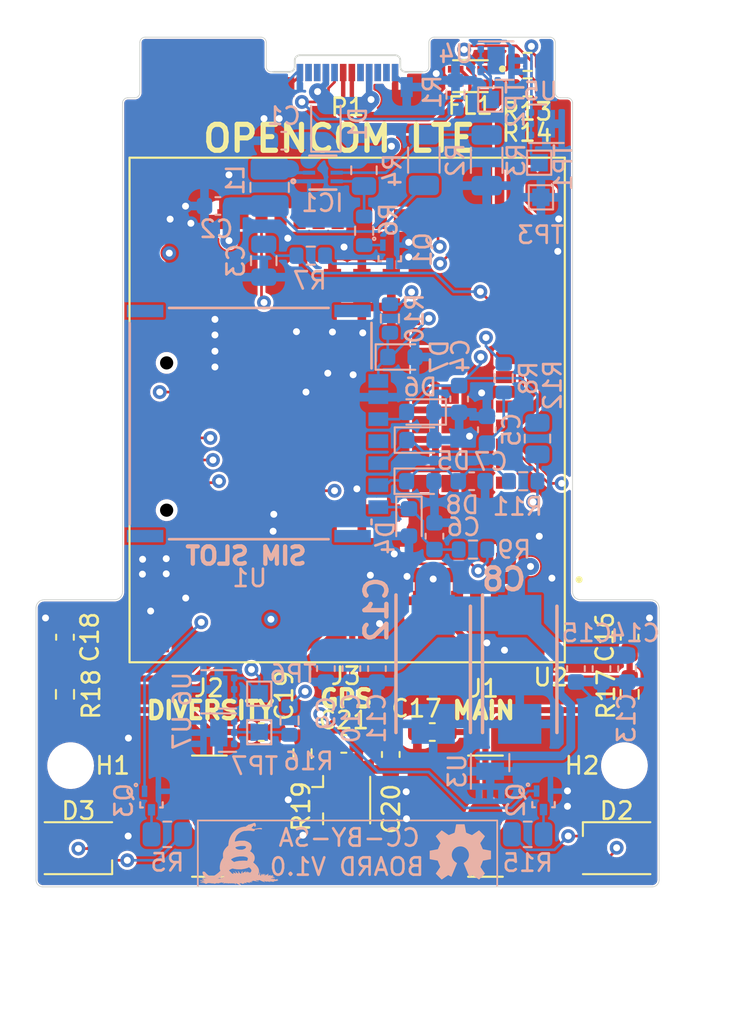
<source format=kicad_pcb>
(kicad_pcb (version 20221018) (generator pcbnew)

  (general
    (thickness 0.8)
  )

  (paper "A4")
  (title_block
    (title "openCom LTE")
    (rev "v1.0")
    (company "Liberated Embedded Systems")
    (comment 1 "Licensed under Creative Commons Attribution 4.0.")
    (comment 4 "https://liberatedsystems.co.uk")
  )

  (layers
    (0 "F.Cu" signal)
    (1 "In1.Cu" signal)
    (2 "In2.Cu" signal)
    (31 "B.Cu" signal)
    (32 "B.Adhes" user "B.Adhesive")
    (33 "F.Adhes" user "F.Adhesive")
    (34 "B.Paste" user)
    (35 "F.Paste" user)
    (36 "B.SilkS" user "B.Silkscreen")
    (37 "F.SilkS" user "F.Silkscreen")
    (38 "B.Mask" user)
    (39 "F.Mask" user)
    (40 "Dwgs.User" user "User.Drawings")
    (41 "Cmts.User" user "User.Comments")
    (42 "Eco1.User" user "User.Eco1")
    (43 "Eco2.User" user "User.Eco2")
    (44 "Edge.Cuts" user)
    (45 "Margin" user)
    (46 "B.CrtYd" user "B.Courtyard")
    (47 "F.CrtYd" user "F.Courtyard")
    (48 "B.Fab" user)
    (49 "F.Fab" user)
    (50 "User.1" user)
    (51 "User.2" user)
    (52 "User.3" user)
    (53 "User.4" user)
    (54 "User.5" user)
    (55 "User.6" user)
    (56 "User.7" user)
    (57 "User.8" user)
    (58 "User.9" user)
  )

  (setup
    (stackup
      (layer "F.SilkS" (type "Top Silk Screen"))
      (layer "F.Paste" (type "Top Solder Paste"))
      (layer "F.Mask" (type "Top Solder Mask") (thickness 0.01))
      (layer "F.Cu" (type "copper") (thickness 0.035))
      (layer "dielectric 1" (type "prepreg") (thickness 0.1) (material "FR4") (epsilon_r 4.5) (loss_tangent 0.02))
      (layer "In1.Cu" (type "copper") (thickness 0.035))
      (layer "dielectric 2" (type "core") (thickness 0.44) (material "FR4") (epsilon_r 4.5) (loss_tangent 0.02))
      (layer "In2.Cu" (type "copper") (thickness 0.035))
      (layer "dielectric 3" (type "prepreg") (thickness 0.1) (material "FR4") (epsilon_r 4.5) (loss_tangent 0.02))
      (layer "B.Cu" (type "copper") (thickness 0.035))
      (layer "B.Mask" (type "Bottom Solder Mask") (thickness 0.01))
      (layer "B.Paste" (type "Bottom Solder Paste"))
      (layer "B.SilkS" (type "Bottom Silk Screen"))
      (copper_finish "None")
      (dielectric_constraints no)
    )
    (pad_to_mask_clearance 0)
    (pcbplotparams
      (layerselection 0x00010fc_ffffffff)
      (plot_on_all_layers_selection 0x0000000_00000000)
      (disableapertmacros false)
      (usegerberextensions false)
      (usegerberattributes true)
      (usegerberadvancedattributes true)
      (creategerberjobfile true)
      (dashed_line_dash_ratio 12.000000)
      (dashed_line_gap_ratio 3.000000)
      (svgprecision 4)
      (plotframeref false)
      (viasonmask false)
      (mode 1)
      (useauxorigin false)
      (hpglpennumber 1)
      (hpglpenspeed 20)
      (hpglpendiameter 15.000000)
      (dxfpolygonmode true)
      (dxfimperialunits true)
      (dxfusepcbnewfont true)
      (psnegative false)
      (psa4output false)
      (plotreference true)
      (plotvalue true)
      (plotinvisibletext false)
      (sketchpadsonfab false)
      (subtractmaskfromsilk false)
      (outputformat 1)
      (mirror false)
      (drillshape 0)
      (scaleselection 1)
      (outputdirectory "gen/")
    )
  )

  (net 0 "")
  (net 1 "VBUS")
  (net 2 "GND")
  (net 3 "+3V8")
  (net 4 "/POWER_GOOD")
  (net 5 "/USIM_PRESENCE")
  (net 6 "/ANT_MAIN")
  (net 7 "/ANT_DIV")
  (net 8 "/ANT_GNSS")
  (net 9 "Net-(J3-In)")
  (net 10 "Net-(D1-A)")
  (net 11 "Net-(D2-K)")
  (net 12 "Net-(D3-K)")
  (net 13 "/USB_D+")
  (net 14 "/USB_D-")
  (net 15 "Net-(IC1-SW)")
  (net 16 "Net-(IC1-FB)")
  (net 17 "Net-(IC1-PG)")
  (net 18 "Net-(P1-CC)")
  (net 19 "unconnected-(P1-VCONN-PadB5)")
  (net 20 "Net-(Q1-B)")
  (net 21 "Net-(Q1-C)")
  (net 22 "/NETLIGHT")
  (net 23 "Net-(Q2-C)")
  (net 24 "/STATUS")
  (net 25 "Net-(Q3-C)")
  (net 26 "/USIM_RST")
  (net 27 "/USIM_CLK")
  (net 28 "/VDD_EXT")
  (net 29 "/USIM_DATA")
  (net 30 "Net-(R13-Pad1)")
  (net 31 "Net-(R14-Pad1)")
  (net 32 "Net-(R16-Pad2)")
  (net 33 "Net-(U2-USB_BOOT)")
  (net 34 "unconnected-(U1-VPP-PadC6)")
  (net 35 "unconnected-(U2-RESET_N-Pad17)")
  (net 36 "unconnected-(U2-PCM_DOUT-Pad7)")
  (net 37 "unconnected-(U2-PCM_DIN-Pad6)")
  (net 38 "unconnected-(U2-PCM_SYNC-Pad5)")
  (net 39 "unconnected-(U2-PCM_CLK-Pad4)")
  (net 40 "unconnected-(U2-RI-Pad39)")
  (net 41 "unconnected-(U2-DCD-Pad38)")
  (net 42 "unconnected-(U2-RTS-Pad37)")
  (net 43 "unconnected-(U2-CTS-Pad36)")
  (net 44 "unconnected-(U2-TXD-Pad35)")
  (net 45 "unconnected-(U2-RXD-Pad34)")
  (net 46 "unconnected-(U2-I2C_SCL-Pad40)")
  (net 47 "unconnected-(U2-I2C_SDA-Pad41)")
  (net 48 "unconnected-(U2-ADC0-Pad24)")
  (net 49 "unconnected-(U2-AP_READY-Pad19)")
  (net 50 "unconnected-(U2-DTR-Pad30)")
  (net 51 "unconnected-(U2-SPI_MISO-Pad28)")
  (net 52 "unconnected-(U2-SPI_MOSI-Pad27)")
  (net 53 "unconnected-(U2-SPI_CLK-Pad26)")
  (net 54 "unconnected-(U2-USIM2_RST-Pad85)")
  (net 55 "unconnected-(U2-USIM2_CLK-Pad84)")
  (net 56 "unconnected-(U2-USIM2_PRESENCE-Pad83)")
  (net 57 "unconnected-(U2-USIM2_DATA-Pad86)")
  (net 58 "unconnected-(U2-USIM2_VDD-Pad87)")
  (net 59 "/USIM_VDD")
  (net 60 "Net-(U1-RST)")
  (net 61 "Net-(U1-CLK)")
  (net 62 "Net-(U1-I{slash}O)")
  (net 63 "Net-(C17-Pad1)")
  (net 64 "Net-(C19-Pad1)")
  (net 65 "/USBC_D+")
  (net 66 "/USBC_D-")
  (net 67 "unconnected-(U2-RESERVED-Pad18)")
  (net 68 "unconnected-(U2-DBG_RXD-Pad22)")

  (footprint "CONSMA002-SMD:LINX_CONSMA002-SMD" (layer "F.Cu") (at 151.72 142.15))

  (footprint "Resistor_SMD:R_0603_1608Metric" (layer "F.Cu") (at 154.15 98.575 180))

  (footprint "Resistor_SMD:R_0603_1608Metric_Pad0.98x0.95mm_HandSolder" (layer "F.Cu") (at 160.05 135.1125 -90))

  (footprint "LED_SMD:LED_Cree-PLCC4_3.2x2.8mm_CCW" (layer "F.Cu") (at 128.2 144 180))

  (footprint "Capacitor_SMD:C_0603_1608Metric_Pad1.08x0.95mm_HandSolder" (layer "F.Cu") (at 146.25 138.5875 -90))

  (footprint "Resistor_SMD:R_0603_1608Metric_Pad0.98x0.95mm_HandSolder" (layer "F.Cu") (at 141.15 138.5375 -90))

  (footprint "Connector_USB:USB_C_Plug_Molex_105444" (layer "F.Cu") (at 143.75 99.15))

  (footprint "MountingHole:MountingHole_2.2mm_M2" (layer "F.Cu") (at 159.75 139.23))

  (footprint "LED_SMD:LED_Cree-PLCC4_3.2x2.8mm_CCW" (layer "F.Cu") (at 159.3 144))

  (footprint "CONSMA002-SMD:LINX_CONSMA002-SMD" (layer "F.Cu") (at 135.77 142.15))

  (footprint "Capacitor_SMD:C_0603_1608Metric_Pad1.08x0.95mm_HandSolder" (layer "F.Cu") (at 160.05 131.8125 90))

  (footprint "Capacitor_SMD:C_0603_1608Metric_Pad1.08x0.95mm_HandSolder" (layer "F.Cu") (at 138.7675 137.29))

  (footprint "Capacitor_SMD:C_0603_1608Metric_Pad1.08x0.95mm_HandSolder" (layer "F.Cu") (at 127.425 131.8125 90))

  (footprint "Capacitor_SMD:C_0603_1608Metric_Pad1.08x0.95mm_HandSolder" (layer "F.Cu") (at 148.6475 137.29 180))

  (footprint "Capacitor_SMD:C_0603_1608Metric_Pad1.08x0.95mm_HandSolder" (layer "F.Cu") (at 143.5375 137.975))

  (footprint "Resistor_SMD:R_0603_1608Metric_Pad0.98x0.95mm_HandSolder" (layer "F.Cu") (at 127.425 135.1125 -90))

  (footprint "MountingHole:MountingHole_2.2mm_M2" (layer "F.Cu") (at 127.75 139.23))

  (footprint "Resistor_SMD:R_0603_1608Metric" (layer "F.Cu") (at 154.15 100.05 180))

  (footprint "DLW21SN900SQ2L:FIL_DLW21SN900SQ2L" (layer "F.Cu") (at 150.85 99.4 180))

  (footprint "EG95:XCVR_EG95" (layer "F.Cu")
    (tstamp f851ed5b-4e23-405b-b1aa-e8d65dde7576)
    (at 143.73 118.685 180)
    (property "MANUFACTURER" "Quectel")
    (property "MAXIMUM_PACKAGE_HEIGHT" "2.5mm")
    (property "PARTREV" "1.5")
    (property "STANDARD" "Manufacturer Recommendations")
    (property "Sheetfile" "Roamer.kicad_sch")
    (property "Sheetname" "")
    (path "/e6a6b14f-fc94-4e9b-b34c-71e0e50cdc39")
    (attr smd)
    (fp_text reference "U2" (at -11.76 -15.445) (layer "F.SilkS")
        (effects (font (size 1 1) (thickness 0.153)))
      (tstamp 1d464947-5842-4187-a9bd-c30a4e55b624)
    )
    (fp_text value "EG95" (at -12.635 15.715) (layer "F.Fab")
        (effects (font (size 1 1) (thickness 0.15)))
      (tstamp 7b80973e-b338-4301-a0a8-35a68cefc798)
    )
    (fp_circle (center -5.95 -4.25) (end -5.478 -4.25)
      (stroke (width 0) (type solid)) (fill solid) (layer "F.Paste") (tstamp 67d3b74d-81a9-43e5-82a0-a58ecb94a205))
    (fp_circle (center -5.95 -2.55) (end -5.478 -2.55)
      (stroke (width 0) (type solid)) (fill solid) (layer "F.Paste") (tstamp 12d7749c-79c9-41a7-b0f5-19f3bfe17632))
    (fp_circle (center -5.95 -0.85) (end -5.478 -0.85)
      (stroke (width 0) (type solid)) (fill solid) (layer "F.Paste") (tstamp 4e384b70-bee1-4f3c-923a-35ca47ab2658))
    (fp_circle (center -5.95 0.85) (end -5.478 0.85)
      (stroke (width 0) (type solid)) (fill solid) (layer "F.Paste") (tstamp 6d05fc8f-1146-4558-87f4-124d02db3765))
    (fp_circle (center -5.95 2.55) (end -5.478 2.55)
      (stroke (width 0) (type solid)) (fill solid) (layer "F.Paste") (tstamp 357ed333-a131-4460-9f03-f99d16791163))
    (fp_circle (center -5.95 4.25) (end -5.478 4.25)
      (stroke (width 0) (type solid)) (fill solid) (layer "F.Paste") (tstamp 63f94867-3c9e-4667-930a-fee0f1e2ebe2))
    (fp_circle (center -4.25 -4.25) (end -3.778 -4.25)
      (stroke (width 0) (type solid)) (fill solid) (layer "F.Paste") (tstamp 13cc66c6-7510-4e83-a694-d08949b734e5))
    (fp_circle (center -4.25 -2.55) (end -3.778 -2.55)
      (stroke (width 0) (type solid)) (fill solid) (layer "F.Paste") (tstamp 8c7a9cf3-ddbd-4b7c-bebc-49031a5e6d73))
    (fp_circle (center -4.25 -0.85) (end -3.778 -0.85)
      (stroke (width 0) (type solid)) (fill solid) (layer "F.Paste") (tstamp 3d9d3b4e-af9b-4dbc-9336-c29b3746faba))
    (fp_circle (center -4.25 0.85) (end -3.778 0.85)
      (stroke (width 0) (type solid)) (fill solid) (layer "F.Paste") (tstamp 690ddcd6-4d8e-42c0-ad75-ff9db3797b01))
    (fp_circle (center -4.25 2.55) (end -3.778 2.55)
      (stroke (width 0) (type solid)) (fill solid) (layer "F.Paste") (tstamp 75b36f97-51b2-4f40-b557-750c42c33062))
    (fp_circle (center -4.25 4.25) (end -3.778 4.25)
      (stroke (width 0) (type solid)) (fill solid) (layer "F.Paste") (tstamp 4e758d36-1513-487c-9267-fc087fa18d60))
    (fp_circle (center -2.55 -7.65) (end -2.078 -7.65)
      (stroke (width 0) (type solid)) (fill solid) (layer "F.Paste") (tstamp 3633692c-49f1-42ca-94b0-b891b5a33b8a))
    (fp_circle (center -2.55 -5.95) (end -2.078 -5.95)
      (stroke (width 0) (type solid)) (fill solid) (layer "F.Paste") (tstamp daf7962a-2a44-472f-b9c9-8c84ea1849f8))
    (fp_circle (center -2.55 5.95) (end -2.078 5.95)
      (stroke (width 0) (type solid)) (fill solid) (layer "F.Paste") (tstamp 32fabbac-dc5d-4778-92ac-b5c62bce09fe))
    (fp_circle (center -2.55 7.65) (end -2.078 7.65)
      (stroke (width 0) (type solid)) (fill solid) (layer "F.Paste") (tstamp b9df1aa6-a689-4293-8753-7c59f8230178))
    (fp_circle (center -0.85 -7.65) (end -0.378 -7.65)
      (stroke (width 0) (type solid)) (fill solid) (layer "F.Paste") (tstamp 4d0be172-5136-470d-b73a-7a8cb51ed73c))
    (fp_circle (center -0.85 -5.95) (end -0.378 -5.95)
      (stroke (width 0) (type solid)) (fill solid) (layer "F.Paste") (tstamp e9ad7bc7-db7f-41e8-8090-37c9b439c87a))
    (fp_circle (center -0.85 5.95) (end -0.378 5.95)
      (stroke (width 0) (type solid)) (fill solid) (layer "F.Paste") (tstamp 4a30cd4e-e496-41e4-82a6-3686d3ecb188))
    (fp_circle (center -0.85 7.65) (end -0.378 7.65)
      (stroke (width 0) (type solid)) (fill solid) (layer "F.Paste") (tstamp 55b8e7ce-c026-444a-87d3-c25fb53b51c9))
    (fp_circle (center 0.85 -7.65) (end 1.322 -7.65)
      (stroke (width 0) (type solid)) (fill solid) (layer "F.Paste") (tstamp 32b20396-c9b0-4873-b9ba-fa2c66fc98d1))
    (fp_circle (center 0.85 -5.95) (end 1.322 -5.95)
      (stroke (width 0) (type solid)) (fill solid) (layer "F.Paste") (tstamp e03b0b90-06f2-4e0d-a234-628bf843efeb))
    (fp_circle (center 0.85 5.95) (end 1.322 5.95)
      (stroke (width 0) (type solid)) (fill solid) (layer "F.Paste") (tstamp 117ba3fd-2c95-455c-a1fb-79870f2b7c3e))
    (fp_circle (center 0.85 7.65) (end 1.322 7.65)
      (stroke (width 0) (type solid)) (fill solid) (layer "F.Paste") (tstamp 9cebe8bb-5944-4532-84f3-4db69cb5a267))
    (fp_circle (center 2.55 -7.65) (end 3.022 -7.65)
      (stroke (width 0) (type solid)) (fill solid) (layer "F.Paste") (tstamp 4591d32e-0bfd-40f2-a436-d8c4a8df7b9c))
    (fp_circle (center 2.55 -5.95) (end 3.022 -5.95)
      (stroke (width 0) (type solid)) (fill solid) (layer "F.Paste") (tstamp 27feb6eb-48a0-44e1-945e-be4be8aa40cb))
    (fp_circle (center 2.55 5.95) (end 3.022 5.95)
      (stroke (width 0) (type solid)) (fill solid) (layer "F.Paste") (tstamp d0d20436-b778-4fa3-9675-56b791c3d56f))
    (fp_circle (center 2.55 7.65) (end 3.022 7.65)
      (stroke (width 0) (type solid)) (fill solid) (layer "F.Paste") (tstamp defa867d-6b76-49c8-bb58-cf6b459a29a2))
    (fp_circle (center 4.25 -4.25) (end 4.722 -4.25)
      (stroke (width 0) (type solid)) (fill solid) (layer "F.Paste") (tstamp 025de2ef-81a6-402c-bdfe-0f3340f36076))
    (fp_circle (center 4.25 -2.55) (end 4.722 -2.55)
      (stroke (width 0) (type solid)) (fill solid) (layer "F.Paste") (tstamp 920f3030-f3a9-49d9-98b1-ba1e7a6cde5b))
    (fp_circle (center 4.25 -0.85) (end 4.722 -0.85)
      (stroke (width 0) (type solid)) (fill solid) (layer "F.Paste") (tstamp cf2d715c-b57e-4e29-b1b7-62efa84a9561))
    (fp_circle (center 4.25 0.85) (end 4.722 0.85)
      (stroke (width 0) (type solid)) (fill solid) (layer "F.Paste") (tstamp ca71414b-1dcf-458c-9ec7-99f7644ea8d3))
    (fp_circle (center 4.25 2.55) (end 4.722 2.55)
      (stroke (width 0) (type solid)) (fill solid) (layer "F.Paste") (tstamp c74df507-238b-4f61-b908-673a0ad914c0))
    (fp_circle (center 4.25 4.25) (end 4.722 4.25)
      (stroke (width 0) (type solid)) (fill solid) (layer "F.Paste") (tstamp 89941a95-52f2-4f01-b5ae-ea2ee97dc086))
    (fp_circle (center 5.95 -4.25) (end 6.422 -4.25)
      (stroke (width 0) (type solid)) (fill solid) (layer "F.Paste") (tstamp 464d7fed-1c31-488c-ad54-5f06dec5a552))
    (fp_circle (center 5.95 -2.55) (end 6.422 -2.55)
      (stroke (width 0) (type solid)) (fill solid) (layer "F.Paste") (tstamp 7989918b-1f57-4399-89ef-f58e0c36eb2c))
    (fp_circle (center 5.95 -0.85) (end 6.422 -0.85)
      (stroke (width 0) (type solid)) (fill solid) (layer "F.Paste") (tstamp 338601a2-47bf-49f9-ba85-32e5a710140d))
    (fp_circle (center 5.95 0.85) (end 6.422 0.85)
      (stroke (width 0) (type solid)) (fill solid) (layer "F.Paste") (tstamp 12da4203-b063-4a2b-968e-3657dc112560))
    (fp_circle (center 5.95 2.55) (end 6.422 2.55)
      (stroke (width 0) (type solid)) (fill solid) (layer "F.Paste") (tstamp 7f6528a6-3a92-4aca-ba64-fc076fca4400))
    (fp_circle (center 5.95 4.25) (end 6.422 4.25)
      (stroke (width 0) (type solid)) (fill solid) (layer "F.Paste") (tstamp faf3a879-e27f-4ff1-b81f-1530938d56fc))
    (fp_poly
      (pts
        (xy -11.66 -13.66)
        (xy -10.64 -13.66)
        (xy -10.64 -12.64)
        (xy -11.66 -12.64)
      )

      (stroke (width 0.01) (type solid)) (fill solid) (layer "F.Paste") (tstamp a4cf9f7c-fc80-4a6e-8aed-8618a06b9c70))
    (fp_poly
      (pts
        (xy -10.54 13.56)
        (xy -10.78 13.56)
        (xy -11.56 12.78)
        (xy -11.56 12.54)
        (xy -10.54 12.54)
      )

      (stroke (width 0.0001) (type solid)) (fill solid) (layer "F.Paste") (tstamp 36e8bdf4-fab0-480a-ae07-fd85752c3d27))
    (fp_poly
      (pts
        (xy -10.54 13.56)
        (xy -10.78 13.56)
        (xy -11.56 12.78)
        (xy -11.56 12.54)
        (xy -10.54 12.54)
      )

      (stroke (width 0.0001) (type solid)) (fill solid) (layer "F.Paste") (tstamp fb33d6b7-c026-42c4-b8ab-e0e13b2d656e))
    (fp_poly
      (pts
        (xy 10.54 -13.56)
        (xy 10.78 -13.56)
        (xy 11.56 -12.78)
        (xy 11.56 -12.54)
        (xy 10.54 -12.54)
      )

      (stroke (width 0.0001) (type solid)) (fill solid) (layer "F.Paste") (tstamp 74c62a22-a856-4ac7-bb7a-1febdc12e728))
    (fp_poly
      (pts
        (xy 10.54 13.56)
        (xy 10.78 13.56)
        (xy 11.56 12.78)
        (xy 11.56 12.54)
        (xy 10.54 12.54)
      )

      (stroke (width 0.0001) (type solid)) (fill solid) (layer "F.Paste") (tstamp c4360858-c8a5-42dc-836e-f31e91c33908))
    (fp_poly
      (pts
        (xy -9.525 -9.98)
        (xy -8.825 -9.98)
        (xy -8.819 -9.98)
        (xy -8.814 -9.979)
        (xy -8.808 -9.979)
        (xy -8.802 -9.978)
        (xy -8.797 -9.976)
        (xy -8.791 -9.975)
        (xy -8.786 -9.973)
        (xy -8.78 -9.97)
        (xy -8.775 -9.968)
        (xy -8.77 -9.965)
        (xy -8.765 -9.962)
        (xy -8.76 -9.959)
        (xy -8.756 -9.955)
        (xy -8.751 -9.952)
        (xy -8.747 -9.948)
        (xy -8.743 -9.944)
        (xy -8.74 -9.939)
        (xy -8.736 -9.935)
        (xy -8.733 -9.93)
        (xy -8.73 -9.925)
        (xy -8.727 -9.92)
        (xy -8.725 -9.915)
        (xy -8.722 -9.909)
        (xy -8.72 -9.904)
        (xy -8.719 -9.898)
        (xy -8.717 -9.893)
        (xy -8.716 -9.887)
        (xy -8.716 -9.881)
        (xy -8.715 -9.876)
        (xy -8.715 -9.87)
        (xy -8.715 -9.53)
        (xy -8.715 -9.524)
        (xy -8.716 -9.519)
        (xy -8.716 -9.513)
        (xy -8.717 -9.507)
        (xy -8.719 -9.502)
        (xy -8.72 -9.496)
        (xy -8.722 -9.491)
        (xy -8.725 -9.485)
        (xy -8.727 -9.48)
        (xy -8.73 -9.475)
        (xy -8.733 -9.47)
        (xy -8.736 -9.465)
        (xy -8.74 -9.461)
        (xy -8.743 -9.456)
        (xy -8.747 -9.452)
        (xy -8.751 -9.448)
        (xy -8.756 -9.445)
        (xy -8.76 -9.441)
        (xy -8.765 -9.438)
        (xy -8.77 -9.435)
        (xy -8.775 -9.432)
        (xy -8.78 -9.43)
        (xy -8.786 -9.427)
        (xy -8.791 -9.425)
        (xy -8.797 -9.424)
        (xy -8.802 -9.422)
        (xy -8.808 -9.421)
        (xy -8.814 -9.421)
        (xy -8.819 -9.42)
        (xy -8.825 -9.42)
        (xy -9.525 -9.42)
        (xy -9.531 -9.42)
        (xy -9.536 -9.421)
        (xy -9.542 -9.421)
        (xy -9.548 -9.422)
        (xy -9.553 -9.424)
        (xy -9.559 -9.425)
        (xy -9.564 -9.427)
        (xy -9.57 -9.43)
        (xy -9.575 -9.432)
        (xy -9.58 -9.435)
        (xy -9.585 -9.438)
        (xy -9.59 -9.441)
        (xy -9.594 -9.445)
        (xy -9.599 -9.448)
        (xy -9.603 -9.452)
        (xy -9.607 -9.456)
        (xy -9.61 -9.461)
        (xy -9.614 -9.465)
        (xy -9.617 -9.47)
        (xy -9.62 -9.475)
        (xy -9.623 -9.48)
        (xy -9.625 -9.485)
        (xy -9.628 -9.491)
        (xy -9.63 -9.496)
        (xy -9.631 -9.502)
        (xy -9.633 -9.507)
        (xy -9.634 -9.513)
        (xy -9.634 -9.519)
        (xy -9.635 -9.524)
        (xy -9.635 -9.53)
        (xy -9.635 -9.87)
        (xy -9.635 -9.876)
        (xy -9.634 -9.881)
        (xy -9.634 -9.887)
        (xy -9.633 -9.893)
        (xy -9.631 -9.898)
        (xy -9.63 -9.904)
        (xy -9.628 -9.909)
        (xy -9.625 -9.915)
        (xy -9.623 -9.92)
        (xy -9.62 -9.925)
        (xy -9.617 -9.93)
        (xy -9.614 -9.935)
        (xy -9.61 -9.939)
        (xy -9.607 -9.944)
        (xy -9.603 -9.948)
        (xy -9.599 -9.952)
        (xy -9.594 -9.955)
        (xy -9.59 -9.959)
        (xy -9.585 -9.962)
        (xy -9.58 -9.965)
        (xy -9.575 -9.968)
        (xy -9.57 -9.97)
        (xy -9.564 -9.973)
        (xy -9.559 -9.975)
        (xy -9.553 -9.976)
        (xy -9.548 -9.978)
        (xy -9.542 -9.979)
        (xy -9.536 -9.979)
        (xy -9.531 -9.98)
        (xy -9.525 -9.98)
      )

      (stroke (width 0.0001) (type solid)) (fill solid) (layer "F.Paste") (tstamp 381fb920-c57b-4d2c-bff1-181bec3e7f23))
    (fp_poly
      (pts
        (xy -9.525 -8.88)
        (xy -8.825 -8.88)
        (xy -8.819 -8.88)
        (xy -8.814 -8.879)
        (xy -8.808 -8.879)
        (xy -8.802 -8.878)
        (xy -8.797 -8.876)
        (xy -8.791 -8.875)
        (xy -8.786 -8.873)
        (xy -8.78 -8.87)
        (xy -8.775 -8.868)
        (xy -8.77 -8.865)
        (xy -8.765 -8.862)
        (xy -8.76 -8.859)
        (xy -8.756 -8.855)
        (xy -8.751 -8.852)
        (xy -8.747 -8.848)
        (xy -8.743 -8.844)
        (xy -8.74 -8.839)
        (xy -8.736 -8.835)
        (xy -8.733 -8.83)
        (xy -8.73 -8.825)
        (xy -8.727 -8.82)
        (xy -8.725 -8.815)
        (xy -8.722 -8.809)
        (xy -8.72 -8.804)
        (xy -8.719 -8.798)
        (xy -8.717 -8.793)
        (xy -8.716 -8.787)
        (xy -8.716 -8.781)
        (xy -8.715 -8.776)
        (xy -8.715 -8.77)
        (xy -8.715 -8.43)
        (xy -8.715 -8.424)
        (xy -8.716 -8.419)
        (xy -8.716 -8.413)
        (xy -8.717 -8.407)
        (xy -8.719 -8.402)
        (xy -8.72 -8.396)
        (xy -8.722 -8.391)
        (xy -8.725 -8.385)
        (xy -8.727 -8.38)
        (xy -8.73 -8.375)
        (xy -8.733 -8.37)
        (xy -8.736 -8.365)
        (xy -8.74 -8.361)
        (xy -8.743 -8.356)
        (xy -8.747 -8.352)
        (xy -8.751 -8.348)
        (xy -8.756 -8.345)
        (xy -8.76 -8.341)
        (xy -8.765 -8.338)
        (xy -8.77 -8.335)
        (xy -8.775 -8.332)
        (xy -8.78 -8.33)
        (xy -8.786 -8.327)
        (xy -8.791 -8.325)
        (xy -8.797 -8.324)
        (xy -8.802 -8.322)
        (xy -8.808 -8.321)
        (xy -8.814 -8.321)
        (xy -8.819 -8.32)
        (xy -8.825 -8.32)
        (xy -9.525 -8.32)
        (xy -9.531 -8.32)
        (xy -9.536 -8.321)
        (xy -9.542 -8.321)
        (xy -9.548 -8.322)
        (xy -9.553 -8.324)
        (xy -9.559 -8.325)
        (xy -9.564 -8.327)
        (xy -9.57 -8.33)
        (xy -9.575 -8.332)
        (xy -9.58 -8.335)
        (xy -9.585 -8.338)
        (xy -9.59 -8.341)
        (xy -9.594 -8.345)
        (xy -9.599 -8.348)
        (xy -9.603 -8.352)
        (xy -9.607 -8.356)
        (xy -9.61 -8.361)
        (xy -9.614 -8.365)
        (xy -9.617 -8.37)
        (xy -9.62 -8.375)
        (xy -9.623 -8.38)
        (xy -9.625 -8.385)
        (xy -9.628 -8.391)
        (xy -9.63 -8.396)
        (xy -9.631 -8.402)
        (xy -9.633 -8.407)
        (xy -9.634 -8.413)
        (xy -9.634 -8.419)
        (xy -9.635 -8.424)
        (xy -9.635 -8.43)
        (xy -9.635 -8.77)
        (xy -9.635 -8.776)
        (xy -9.634 -8.781)
        (xy -9.634 -8.787)
        (xy -9.633 -8.793)
        (xy -9.631 -8.798)
        (xy -9.63 -8.804)
        (xy -9.628 -8.809)
        (xy -9.625 -8.815)
        (xy -9.623 -8.82)
        (xy -9.62 -8.825)
        (xy -9.617 -8.83)
        (xy -9.614 -8.835)
        (xy -9.61 -8.839)
        (xy -9.607 -8.844)
        (xy -9.603 -8.848)
        (xy -9.599 -8.852)
        (xy -9.594 -8.855)
        (xy -9.59 -8.859)
        (xy -9.585 -8.862)
        (xy -9.58 -8.865)
        (xy -9.575 -8.868)
        (xy -9.57 -8.87)
        (xy -9.564 -8.873)
        (xy -9.559 -8.875)
        (xy -9.553 -8.876)
        (xy -9.548 -8.878)
        (xy -9.542 -8.879)
        (xy -9.536 -8.879)
        (xy -9.531 -8.88)
        (xy -9.525 -8.88)
      )

      (stroke (width 0.0001) (type solid)) (fill solid) (layer "F.Paste") (tstamp 15a79106-df97-4493-8a49-601ca5566463))
    (fp_poly
      (pts
        (xy -9.525 -7.78)
        (xy -8.825 -7.78)
        (xy -8.819 -7.78)
        (xy -8.814 -7.779)
        (xy -8.808 -7.779)
        (xy -8.802 -7.778)
        (xy -8.797 -7.776)
        (xy -8.791 -7.775)
        (xy -8.786 -7.773)
        (xy -8.78 -7.77)
        (xy -8.775 -7.768)
        (xy -8.77 -7.765)
        (xy -8.765 -7.762)
        (xy -8.76 -7.759)
        (xy -8.756 -7.755)
        (xy -8.751 -7.752)
        (xy -8.747 -7.748)
        (xy -8.743 -7.744)
        (xy -8.74 -7.739)
        (xy -8.736 -7.735)
        (xy -8.733 -7.73)
        (xy -8.73 -7.725)
        (xy -8.727 -7.72)
        (xy -8.725 -7.715)
        (xy -8.722 -7.709)
        (xy -8.72 -7.704)
        (xy -8.719 -7.698)
        (xy -8.717 -7.693)
        (xy -8.716 -7.687)
        (xy -8.716 -7.681)
        (xy -8.715 -7.676)
        (xy -8.715 -7.67)
        (xy -8.715 -7.33)
        (xy -8.715 -7.324)
        (xy -8.716 -7.319)
        (xy -8.716 -7.313)
        (xy -8.717 -7.307)
        (xy -8.719 -7.302)
        (xy -8.72 -7.296)
        (xy -8.722 -7.291)
        (xy -8.725 -7.285)
        (xy -8.727 -7.28)
        (xy -8.73 -7.275)
        (xy -8.733 -7.27)
        (xy -8.736 -7.265)
        (xy -8.74 -7.261)
        (xy -8.743 -7.256)
        (xy -8.747 -7.252)
        (xy -8.751 -7.248)
        (xy -8.756 -7.245)
        (xy -8.76 -7.241)
        (xy -8.765 -7.238)
        (xy -8.77 -7.235)
        (xy -8.775 -7.232)
        (xy -8.78 -7.23)
        (xy -8.786 -7.227)
        (xy -8.791 -7.225)
        (xy -8.797 -7.224)
        (xy -8.802 -7.222)
        (xy -8.808 -7.221)
        (xy -8.814 -7.221)
        (xy -8.819 -7.22)
        (xy -8.825 -7.22)
        (xy -9.525 -7.22)
        (xy -9.531 -7.22)
        (xy -9.536 -7.221)
        (xy -9.542 -7.221)
        (xy -9.548 -7.222)
        (xy -9.553 -7.224)
        (xy -9.559 -7.225)
        (xy -9.564 -7.227)
        (xy -9.57 -7.23)
        (xy -9.575 -7.232)
        (xy -9.58 -7.235)
        (xy -9.585 -7.238)
        (xy -9.59 -7.241)
        (xy -9.594 -7.245)
        (xy -9.599 -7.248)
        (xy -9.603 -7.252)
        (xy -9.607 -7.256)
        (xy -9.61 -7.261)
        (xy -9.614 -7.265)
        (xy -9.617 -7.27)
        (xy -9.62 -7.275)
        (xy -9.623 -7.28)
        (xy -9.625 -7.285)
        (xy -9.628 -7.291)
        (xy -9.63 -7.296)
        (xy -9.631 -7.302)
        (xy -9.633 -7.307)
        (xy -9.634 -7.313)
        (xy -9.634 -7.319)
        (xy -9.635 -7.324)
        (xy -9.635 -7.33)
        (xy -9.635 -7.67)
        (xy -9.635 -7.676)
        (xy -9.634 -7.681)
        (xy -9.634 -7.687)
        (xy -9.633 -7.693)
        (xy -9.631 -7.698)
        (xy -9.63 -7.704)
        (xy -9.628 -7.709)
        (xy -9.625 -7.715)
        (xy -9.623 -7.72)
        (xy -9.62 -7.725)
        (xy -9.617 -7.73)
        (xy -9.614 -7.735)
        (xy -9.61 -7.739)
        (xy -9.607 -7.744)
        (xy -9.603 -7.748)
        (xy -9.599 -7.752)
        (xy -9.594 -7.755)
        (xy -9.59 -7.759)
        (xy -9.585 -7.762)
        (xy -9.58 -7.765)
        (xy -9.575 -7.768)
        (xy -9.57 -7.77)
        (xy -9.564 -7.773)
        (xy -9.559 -7.775)
        (xy -9.553 -7.776)
        (xy -9.548 -7.778)
        (xy -9.542 -7.779)
        (xy -9.536 -7.779)
        (xy -9.531 -7.78)
        (xy -9.525 -7.78)
      )

      (stroke (width 0.0001) (type solid)) (fill solid) (layer "F.Paste") (tstamp 0c575af3-6ed1-46a3-bfde-38643bb7e524))
    (fp_poly
      (pts
        (xy -9.525 -6.68)
        (xy -8.825 -6.68)
        (xy -8.819 -6.68)
        (xy -8.814 -6.679)
        (xy -8.808 -6.679)
        (xy -8.802 -6.678)
        (xy -8.797 -6.676)
        (xy -8.791 -6.675)
        (xy -8.786 -6.673)
        (xy -8.78 -6.67)
        (xy -8.775 -6.668)
        (xy -8.77 -6.665)
        (xy -8.765 -6.662)
        (xy -8.76 -6.659)
        (xy -8.756 -6.655)
        (xy -8.751 -6.652)
        (xy -8.747 -6.648)
        (xy -8.743 -6.644)
        (xy -8.74 -6.639)
        (xy -8.736 -6.635)
        (xy -8.733 -6.63)
        (xy -8.73 -6.625)
        (xy -8.727 -6.62)
        (xy -8.725 -6.615)
        (xy -8.722 -6.609)
        (xy -8.72 -6.604)
        (xy -8.719 -6.598)
        (xy -8.717 -6.593)
        (xy -8.716 -6.587)
        (xy -8.716 -6.581)
        (xy -8.715 -6.576)
        (xy -8.715 -6.57)
        (xy -8.715 -6.23)
        (xy -8.715 -6.224)
        (xy -8.716 -6.219)
        (xy -8.716 -6.213)
        (xy -8.717 -6.207)
        (xy -8.719 -6.202)
        (xy -8.72 -6.196)
        (xy -8.722 -6.191)
        (xy -8.725 -6.185)
        (xy -8.727 -6.18)
        (xy -8.73 -6.175)
        (xy -8.733 -6.17)
        (xy -8.736 -6.165)
        (xy -8.74 -6.161)
        (xy -8.743 -6.156)
        (xy -8.747 -6.152)
        (xy -8.751 -6.148)
        (xy -8.756 -6.145)
        (xy -8.76 -6.141)
        (xy -8.765 -6.138)
        (xy -8.77 -6.135)
        (xy -8.775 -6.132)
        (xy -8.78 -6.13)
        (xy -8.786 -6.127)
        (xy -8.791 -6.125)
        (xy -8.797 -6.124)
        (xy -8.802 -6.122)
        (xy -8.808 -6.121)
        (xy -8.814 -6.121)
        (xy -8.819 -6.12)
        (xy -8.825 -6.12)
        (xy -9.525 -6.12)
        (xy -9.531 -6.12)
        (xy -9.536 -6.121)
        (xy -9.542 -6.121)
        (xy -9.548 -6.122)
        (xy -9.553 -6.124)
        (xy -9.559 -6.125)
        (xy -9.564 -6.127)
        (xy -9.57 -6.13)
        (xy -9.575 -6.132)
        (xy -9.58 -6.135)
        (xy -9.585 -6.138)
        (xy -9.59 -6.141)
        (xy -9.594 -6.145)
        (xy -9.599 -6.148)
        (xy -9.603 -6.152)
        (xy -9.607 -6.156)
        (xy -9.61 -6.161)
        (xy -9.614 -6.165)
        (xy -9.617 -6.17)
        (xy -9.62 -6.175)
        (xy -9.623 -6.18)
        (xy -9.625 -6.185)
        (xy -9.628 -6.191)
        (xy -9.63 -6.196)
        (xy -9.631 -6.202)
        (xy -9.633 -6.207)
        (xy -9.634 -6.213)
        (xy -9.634 -6.219)
        (xy -9.635 -6.224)
        (xy -9.635 -6.23)
        (xy -9.635 -6.57)
        (xy -9.635 -6.576)
        (xy -9.634 -6.581)
        (xy -9.634 -6.587)
        (xy -9.633 -6.593)
        (xy -9.631 -6.598)
        (xy -9.63 -6.604)
        (xy -9.628 -6.609)
        (xy -9.625 -6.615)
        (xy -9.623 -6.62)
        (xy -9.62 -6.625)
        (xy -9.617 -6.63)
        (xy -9.614 -6.635)
        (xy -9.61 -6.639)
        (xy -9.607 -6.644)
        (xy -9.603 -6.648)
        (xy -9.599 -6.652)
        (xy -9.594 -6.655)
        (xy -9.59 -6.659)
        (xy -9.585 -6.662)
        (xy -9.58 -6.665)
        (xy -9.575 -6.668)
        (xy -9.57 -6.67)
        (xy -9.564 -6.673)
        (xy -9.559 -6.675)
        (xy -9.553 -6.676)
        (xy -9.548 -6.678)
        (xy -9.542 -6.679)
        (xy -9.536 -6.679)
        (xy -9.531 -6.68)
        (xy -9.525 -6.68)
      )

      (stroke (width 0.0001) (type solid)) (fill solid) (layer "F.Paste") (tstamp 4a9d6eca-1bec-49f3-8d4a-6444aca6165c))
    (fp_poly
      (pts
        (xy -9.525 -5.58)
        (xy -8.825 -5.58)
        (xy -8.819 -5.58)
        (xy -8.814 -5.579)
        (xy -8.808 -5.579)
        (xy -8.802 -5.578)
        (xy -8.797 -5.576)
        (xy -8.791 -5.575)
        (xy -8.786 -5.573)
        (xy -8.78 -5.57)
        (xy -8.775 -5.568)
        (xy -8.77 -5.565)
        (xy -8.765 -5.562)
        (xy -8.76 -5.559)
        (xy -8.756 -5.555)
        (xy -8.751 -5.552)
        (xy -8.747 -5.548)
        (xy -8.743 -5.544)
        (xy -8.74 -5.539)
        (xy -8.736 -5.535)
        (xy -8.733 -5.53)
        (xy -8.73 -5.525)
        (xy -8.727 -5.52)
        (xy -8.725 -5.515)
        (xy -8.722 -5.509)
        (xy -8.72 -5.504)
        (xy -8.719 -5.498)
        (xy -8.717 -5.493)
        (xy -8.716 -5.487)
        (xy -8.716 -5.481)
        (xy -8.715 -5.476)
        (xy -8.715 -5.47)
        (xy -8.715 -5.13)
        (xy -8.715 -5.124)
        (xy -8.716 -5.119)
        (xy -8.716 -5.113)
        (xy -8.717 -5.107)
        (xy -8.719 -5.102)
        (xy -8.72 -5.096)
        (xy -8.722 -5.091)
        (xy -8.725 -5.085)
        (xy -8.727 -5.08)
        (xy -8.73 -5.075)
        (xy -8.733 -5.07)
        (xy -8.736 -5.065)
        (xy -8.74 -5.061)
        (xy -8.743 -5.056)
        (xy -8.747 -5.052)
        (xy -8.751 -5.048)
        (xy -8.756 -5.045)
        (xy -8.76 -5.041)
        (xy -8.765 -5.038)
        (xy -8.77 -5.035)
        (xy -8.775 -5.032)
        (xy -8.78 -5.03)
        (xy -8.786 -5.027)
        (xy -8.791 -5.025)
        (xy -8.797 -5.024)
        (xy -8.802 -5.022)
        (xy -8.808 -5.021)
        (xy -8.814 -5.021)
        (xy -8.819 -5.02)
        (xy -8.825 -5.02)
        (xy -9.525 -5.02)
        (xy -9.531 -5.02)
        (xy -9.536 -5.021)
        (xy -9.542 -5.021)
        (xy -9.548 -5.022)
        (xy -9.553 -5.024)
        (xy -9.559 -5.025)
        (xy -9.564 -5.027)
        (xy -9.57 -5.03)
        (xy -9.575 -5.032)
        (xy -9.58 -5.035)
        (xy -9.585 -5.038)
        (xy -9.59 -5.041)
        (xy -9.594 -5.045)
        (xy -9.599 -5.048)
        (xy -9.603 -5.052)
        (xy -9.607 -5.056)
        (xy -9.61 -5.061)
        (xy -9.614 -5.065)
        (xy -9.617 -5.07)
        (xy -9.62 -5.075)
        (xy -9.623 -5.08)
        (xy -9.625 -5.085)
        (xy -9.628 -5.091)
        (xy -9.63 -5.096)
        (xy -9.631 -5.102)
        (xy -9.633 -5.107)
        (xy -9.634 -5.113)
        (xy -9.634 -5.119)
        (xy -9.635 -5.124)
        (xy -9.635 -5.13)
        (xy -9.635 -5.47)
        (xy -9.635 -5.476)
        (xy -9.634 -5.481)
        (xy -9.634 -5.487)
        (xy -9.633 -5.493)
        (xy -9.631 -5.498)
        (xy -9.63 -5.504)
        (xy -9.628 -5.509)
        (xy -9.625 -5.515)
        (xy -9.623 -5.52)
        (xy -9.62 -5.525)
        (xy -9.617 -5.53)
        (xy -9.614 -5.535)
        (xy -9.61 -5.539)
        (xy -9.607 -5.544)
        (xy -9.603 -5.548)
        (xy -9.599 -5.552)
        (xy -9.594 -5.555)
        (xy -9.59 -5.559)
        (xy -9.585 -5.562)
        (xy -9.58 -5.565)
        (xy -9.575 -5.568)
        (xy -9.57 -5.57)
        (xy -9.564 -5.573)
        (xy -9.559 -5.575)
        (xy -9.553 -5.576)
        (xy -9.548 -5.578)
        (xy -9.542 -5.579)
        (xy -9.536 -5.579)
        (xy -9.531 -5.58)
        (xy -9.525 -5.58)
      )

      (stroke (width 0.0001) (type solid)) (fill solid) (layer "F.Paste") (tstamp e40f3414-f91c-4fbd-a4de-8dc5493441cf))
    (fp_poly
      (pts
        (xy -9.525 -4.48)
        (xy -8.825 -4.48)
        (xy -8.819 -4.48)
        (xy -8.814 -4.479)
        (xy -8.808 -4.479)
        (xy -8.802 -4.478)
        (xy -8.797 -4.476)
        (xy -8.791 -4.475)
        (xy -8.786 -4.473)
        (xy -8.78 -4.47)
        (xy -8.775 -4.468)
        (xy -8.77 -4.465)
        (xy -8.765 -4.462)
        (xy -8.76 -4.459)
        (xy -8.756 -4.455)
        (xy -8.751 -4.452)
        (xy -8.747 -4.448)
        (xy -8.743 -4.444)
        (xy -8.74 -4.439)
        (xy -8.736 -4.435)
        (xy -8.733 -4.43)
        (xy -8.73 -4.425)
        (xy -8.727 -4.42)
        (xy -8.725 -4.415)
        (xy -8.722 -4.409)
        (xy -8.72 -4.404)
        (xy -8.719 -4.398)
        (xy -8.717 -4.393)
        (xy -8.716 -4.387)
        (xy -8.716 -4.381)
        (xy -8.715 -4.376)
        (xy -8.715 -4.37)
        (xy -8.715 -4.03)
        (xy -8.715 -4.024)
        (xy -8.716 -4.019)
        (xy -8.716 -4.013)
        (xy -8.717 -4.007)
        (xy -8.719 -4.002)
        (xy -8.72 -3.996)
        (xy -8.722 -3.991)
        (xy -8.725 -3.985)
        (xy -8.727 -3.98)
        (xy -8.73 -3.975)
        (xy -8.733 -3.97)
        (xy -8.736 -3.965)
        (xy -8.74 -3.961)
        (xy -8.743 -3.956)
        (xy -8.747 -3.952)
        (xy -8.751 -3.948)
        (xy -8.756 -3.945)
        (xy -8.76 -3.941)
        (xy -8.765 -3.938)
        (xy -8.77 -3.935)
        (xy -8.775 -3.932)
        (xy -8.78 -3.93)
        (xy -8.786 -3.927)
        (xy -8.791 -3.925)
        (xy -8.797 -3.924)
        (xy -8.802 -3.922)
        (xy -8.808 -3.921)
        (xy -8.814 -3.921)
        (xy -8.819 -3.92)
        (xy -8.825 -3.92)
        (xy -9.525 -3.92)
        (xy -9.531 -3.92)
        (xy -9.536 -3.921)
        (xy -9.542 -3.921)
        (xy -9.548 -3.922)
        (xy -9.553 -3.924)
        (xy -9.559 -3.925)
        (xy -9.564 -3.927)
        (xy -9.57 -3.93)
        (xy -9.575 -3.932)
        (xy -9.58 -3.935)
        (xy -9.585 -3.938)
        (xy -9.59 -3.941)
        (xy -9.594 -3.945)
        (xy -9.599 -3.948)
        (xy -9.603 -3.952)
        (xy -9.607 -3.956)
        (xy -9.61 -3.961)
        (xy -9.614 -3.965)
        (xy -9.617 -3.97)
        (xy -9.62 -3.975)
        (xy -9.623 -3.98)
        (xy -9.625 -3.985)
        (xy -9.628 -3.991)
        (xy -9.63 -3.996)
        (xy -9.631 -4.002)
        (xy -9.633 -4.007)
        (xy -9.634 -4.013)
        (xy -9.634 -4.019)
        (xy -9.635 -4.024)
        (xy -9.635 -4.03)
        (xy -9.635 -4.37)
        (xy -9.635 -4.376)
        (xy -9.634 -4.381)
        (xy -9.634 -4.387)
        (xy -9.633 -4.393)
        (xy -9.631 -4.398)
        (xy -9.63 -4.404)
        (xy -9.628 -4.409)
        (xy -9.625 -4.415)
        (xy -9.623 -4.42)
        (xy -9.62 -4.425)
        (xy -9.617 -4.43)
        (xy -9.614 -4.435)
        (xy -9.61 -4.439)
        (xy -9.607 -4.444)
        (xy -9.603 -4.448)
        (xy -9.599 -4.452)
        (xy -9.594 -4.455)
        (xy -9.59 -4.459)
        (xy -9.585 -4.462)
        (xy -9.58 -4.465)
        (xy -9.575 -4.468)
        (xy -9.57 -4.47)
        (xy -9.564 -4.473)
        (xy -9.559 -4.475)
        (xy -9.553 -4.476)
        (xy -9.548 -4.478)
        (xy -9.542 -4.479)
        (xy -9.536 -4.479)
        (xy -9.531 -4.48)
        (xy -9.525 -4.48)
      )

      (stroke (width 0.0001) (type solid)) (fill solid) (layer "F.Paste") (tstamp 632251aa-57d5-41fd-a286-0fe541e8b458))
    (fp_poly
      (pts
        (xy -9.525 -3.38)
        (xy -8.825 -3.38)
        (xy -8.819 -3.38)
        (xy -8.814 -3.379)
        (xy -8.808 -3.379)
        (xy -8.802 -3.378)
        (xy -8.797 -3.376)
        (xy -8.791 -3.375)
        (xy -8.786 -3.373)
        (xy -8.78 -3.37)
        (xy -8.775 -3.368)
        (xy -8.77 -3.365)
        (xy -8.765 -3.362)
        (xy -8.76 -3.359)
        (xy -8.756 -3.355)
        (xy -8.751 -3.352)
        (xy -8.747 -3.348)
        (xy -8.743 -3.344)
        (xy -8.74 -3.339)
        (xy -8.736 -3.335)
        (xy -8.733 -3.33)
        (xy -8.73 -3.325)
        (xy -8.727 -3.32)
        (xy -8.725 -3.315)
        (xy -8.722 -3.309)
        (xy -8.72 -3.304)
        (xy -8.719 -3.298)
        (xy -8.717 -3.293)
        (xy -8.716 -3.287)
        (xy -8.716 -3.281)
        (xy -8.715 -3.276)
        (xy -8.715 -3.27)
        (xy -8.715 -2.93)
        (xy -8.715 -2.924)
        (xy -8.716 -2.919)
        (xy -8.716 -2.913)
        (xy -8.717 -2.907)
        (xy -8.719 -2.902)
        (xy -8.72 -2.896)
        (xy -8.722 -2.891)
        (xy -8.725 -2.885)
        (xy -8.727 -2.88)
        (xy -8.73 -2.875)
        (xy -8.733 -2.87)
        (xy -8.736 -2.865)
        (xy -8.74 -2.861)
        (xy -8.743 -2.856)
        (xy -8.747 -2.852)
        (xy -8.751 -2.848)
        (xy -8.756 -2.845)
        (xy -8.76 -2.841)
        (xy -8.765 -2.838)
        (xy -8.77 -2.835)
        (xy -8.775 -2.832)
        (xy -8.78 -2.83)
        (xy -8.786 -2.827)
        (xy -8.791 -2.825)
        (xy -8.797 -2.824)
        (xy -8.802 -2.822)
        (xy -8.808 -2.821)
        (xy -8.814 -2.821)
        (xy -8.819 -2.82)
        (xy -8.825 -2.82)
        (xy -9.525 -2.82)
        (xy -9.531 -2.82)
        (xy -9.536 -2.821)
        (xy -9.542 -2.821)
        (xy -9.548 -2.822)
        (xy -9.553 -2.824)
        (xy -9.559 -2.825)
        (xy -9.564 -2.827)
        (xy -9.57 -2.83)
        (xy -9.575 -2.832)
        (xy -9.58 -2.835)
        (xy -9.585 -2.838)
        (xy -9.59 -2.841)
        (xy -9.594 -2.845)
        (xy -9.599 -2.848)
        (xy -9.603 -2.852)
        (xy -9.607 -2.856)
        (xy -9.61 -2.861)
        (xy -9.614 -2.865)
        (xy -9.617 -2.87)
        (xy -9.62 -2.875)
        (xy -9.623 -2.88)
        (xy -9.625 -2.885)
        (xy -9.628 -2.891)
        (xy -9.63 -2.896)
        (xy -9.631 -2.902)
        (xy -9.633 -2.907)
        (xy -9.634 -2.913)
        (xy -9.634 -2.919)
        (xy -9.635 -2.924)
        (xy -9.635 -2.93)
        (xy -9.635 -3.27)
        (xy -9.635 -3.276)
        (xy -9.634 -3.281)
        (xy -9.634 -3.287)
        (xy -9.633 -3.293)
        (xy -9.631 -3.298)
        (xy -9.63 -3.304)
        (xy -9.628 -3.309)
        (xy -9.625 -3.315)
        (xy -9.623 -3.32)
        (xy -9.62 -3.325)
        (xy -9.617 -3.33)
        (xy -9.614 -3.335)
        (xy -9.61 -3.339)
        (xy -9.607 -3.344)
        (xy -9.603 -3.348)
        (xy -9.599 -3.352)
        (xy -9.594 -3.355)
        (xy -9.59 -3.359)
        (xy -9.585 -3.362)
        (xy -9.58 -3.365)
        (xy -9.575 -3.368)
        (xy -9.57 -3.37)
        (xy -9.564 -3.373)
        (xy -9.559 -3.375)
        (xy -9.553 -3.376)
        (xy -9.548 -3.378)
        (xy -9.542 -3.379)
        (xy -9.536 -3.379)
        (xy -9.531 -3.38)
        (xy -9.525 -3.38)
      )

      (stroke (width 0.0001) (type solid)) (fill solid) (layer "F.Paste") (tstamp 165f453a-045e-47a7-9b07-2475fb0ac687))
    (fp_poly
      (pts
        (xy -9.525 -2.28)
        (xy -8.825 -2.28)
        (xy -8.819 -2.28)
        (xy -8.814 -2.279)
        (xy -8.808 -2.279)
        (xy -8.802 -2.278)
        (xy -8.797 -2.276)
        (xy -8.791 -2.275)
        (xy -8.786 -2.273)
        (xy -8.78 -2.27)
        (xy -8.775 -2.268)
        (xy -8.77 -2.265)
        (xy -8.765 -2.262)
        (xy -8.76 -2.259)
        (xy -8.756 -2.255)
        (xy -8.751 -2.252)
        (xy -8.747 -2.248)
        (xy -8.743 -2.244)
        (xy -8.74 -2.239)
        (xy -8.736 -2.235)
        (xy -8.733 -2.23)
        (xy -8.73 -2.225)
        (xy -8.727 -2.22)
        (xy -8.725 -2.215)
        (xy -8.722 -2.209)
        (xy -8.72 -2.204)
        (xy -8.719 -2.198)
        (xy -8.717 -2.193)
        (xy -8.716 -2.187)
        (xy -8.716 -2.181)
        (xy -8.715 -2.176)
        (xy -8.715 -2.17)
        (xy -8.715 -1.83)
        (xy -8.715 -1.824)
        (xy -8.716 -1.819)
        (xy -8.716 -1.813)
        (xy -8.717 -1.807)
        (xy -8.719 -1.802)
        (xy -8.72 -1.796)
        (xy -8.722 -1.791)
        (xy -8.725 -1.785)
        (xy -8.727 -1.78)
        (xy -8.73 -1.775)
        (xy -8.733 -1.77)
        (xy -8.736 -1.765)
        (xy -8.74 -1.761)
        (xy -8.743 -1.756)
        (xy -8.747 -1.752)
        (xy -8.751 -1.748)
        (xy -8.756 -1.745)
        (xy -8.76 -1.741)
        (xy -8.765 -1.738)
        (xy -8.77 -1.735)
        (xy -8.775 -1.732)
        (xy -8.78 -1.73)
        (xy -8.786 -1.727)
        (xy -8.791 -1.725)
        (xy -8.797 -1.724)
        (xy -8.802 -1.722)
        (xy -8.808 -1.721)
        (xy -8.814 -1.721)
        (xy -8.819 -1.72)
        (xy -8.825 -1.72)
        (xy -9.525 -1.72)
        (xy -9.531 -1.72)
        (xy -9.536 -1.721)
        (xy -9.542 -1.721)
        (xy -9.548 -1.722)
        (xy -9.553 -1.724)
        (xy -9.559 -1.725)
        (xy -9.564 -1.727)
        (xy -9.57 -1.73)
        (xy -9.575 -1.732)
        (xy -9.58 -1.735)
        (xy -9.585 -1.738)
        (xy -9.59 -1.741)
        (xy -9.594 -1.745)
        (xy -9.599 -1.748)
        (xy -9.603 -1.752)
        (xy -9.607 -1.756)
        (xy -9.61 -1.761)
        (xy -9.614 -1.765)
        (xy -9.617 -1.77)
        (xy -9.62 -1.775)
        (xy -9.623 -1.78)
        (xy -9.625 -1.785)
        (xy -9.628 -1.791)
        (xy -9.63 -1.796)
        (xy -9.631 -1.802)
        (xy -9.633 -1.807)
        (xy -9.634 -1.813)
        (xy -9.634 -1.819)
        (xy -9.635 -1.824)
        (xy -9.635 -1.83)
        (xy -9.635 -2.17)
        (xy -9.635 -2.176)
        (xy -9.634 -2.181)
        (xy -9.634 -2.187)
        (xy -9.633 -2.193)
        (xy -9.631 -2.198)
        (xy -9.63 -2.204)
        (xy -9.628 -2.209)
        (xy -9.625 -2.215)
        (xy -9.623 -2.22)
        (xy -9.62 -2.225)
        (xy -9.617 -2.23)
        (xy -9.614 -2.235)
        (xy -9.61 -2.239)
        (xy -9.607 -2.244)
        (xy -9.603 -2.248)
        (xy -9.599 -2.252)
        (xy -9.594 -2.255)
        (xy -9.59 -2.259)
        (xy -9.585 -2.262)
        (xy -9.58 -2.265)
        (xy -9.575 -2.268)
        (xy -9.57 -2.27)
        (xy -9.564 -2.273)
        (xy -9.559 -2.275)
        (xy -9.553 -2.276)
        (xy -9.548 -2.278)
        (xy -9.542 -2.279)
        (xy -9.536 -2.279)
        (xy -9.531 -2.28)
        (xy -9.525 -2.28)
      )

      (stroke (width 0.0001) (type solid)) (fill solid) (layer "F.Paste") (tstamp cb1c1cbf-eb5c-4e30-88f9-10cfafcf0427))
    (fp_poly
      (pts
        (xy -9.525 -1.18)
        (xy -8.825 -1.18)
        (xy -8.819 -1.18)
        (xy -8.814 -1.179)
        (xy -8.808 -1.179)
        (xy -8.802 -1.178)
        (xy -8.797 -1.176)
        (xy -8.791 -1.175)
        (xy -8.786 -1.173)
        (xy -8.78 -1.17)
        (xy -8.775 -1.168)
        (xy -8.77 -1.165)
        (xy -8.765 -1.162)
        (xy -8.76 -1.159)
        (xy -8.756 -1.155)
        (xy -8.751 -1.152)
        (xy -8.747 -1.148)
        (xy -8.743 -1.144)
        (xy -8.74 -1.139)
        (xy -8.736 -1.135)
        (xy -8.733 -1.13)
        (xy -8.73 -1.125)
        (xy -8.727 -1.12)
        (xy -8.725 -1.115)
        (xy -8.722 -1.109)
        (xy -8.72 -1.104)
        (xy -8.719 -1.098)
        (xy -8.717 -1.093)
        (xy -8.716 -1.087)
        (xy -8.716 -1.081)
        (xy -8.715 -1.076)
        (xy -8.715 -1.07)
        (xy -8.715 -0.73)
        (xy -8.715 -0.724)
        (xy -8.716 -0.719)
        (xy -8.716 -0.713)
        (xy -8.717 -0.707)
        (xy -8.719 -0.702)
        (xy -8.72 -0.696)
        (xy -8.722 -0.691)
        (xy -8.725 -0.685)
        (xy -8.727 -0.68)
        (xy -8.73 -0.675)
        (xy -8.733 -0.67)
        (xy -8.736 -0.665)
        (xy -8.74 -0.661)
        (xy -8.743 -0.656)
        (xy -8.747 -0.652)
        (xy -8.751 -0.648)
        (xy -8.756 -0.645)
        (xy -8.76 -0.641)
        (xy -8.765 -0.638)
        (xy -8.77 -0.635)
        (xy -8.775 -0.632)
        (xy -8.78 -0.63)
        (xy -8.786 -0.627)
        (xy -8.791 -0.625)
        (xy -8.797 -0.624)
        (xy -8.802 -0.622)
        (xy -8.808 -0.621)
        (xy -8.814 -0.621)
        (xy -8.819 -0.62)
        (xy -8.825 -0.62)
        (xy -9.525 -0.62)
        (xy -9.531 -0.62)
        (xy -9.536 -0.621)
        (xy -9.542 -0.621)
        (xy -9.548 -0.622)
        (xy -9.553 -0.624)
        (xy -9.559 -0.625)
        (xy -9.564 -0.627)
        (xy -9.57 -0.63)
        (xy -9.575 -0.632)
        (xy -9.58 -0.635)
        (xy -9.585 -0.638)
        (xy -9.59 -0.641)
        (xy -9.594 -0.645)
        (xy -9.599 -0.648)
        (xy -9.603 -0.652)
        (xy -9.607 -0.656)
        (xy -9.61 -0.661)
        (xy -9.614 -0.665)
        (xy -9.617 -0.67)
        (xy -9.62 -0.675)
        (xy -9.623 -0.68)
        (xy -9.625 -0.685)
        (xy -9.628 -0.691)
        (xy -9.63 -0.696)
        (xy -9.631 -0.702)
        (xy -9.633 -0.707)
        (xy -9.634 -0.713)
        (xy -9.634 -0.719)
        (xy -9.635 -0.724)
        (xy -9.635 -0.73)
        (xy -9.635 -1.07)
        (xy -9.635 -1.076)
        (xy -9.634 -1.081)
        (xy -9.634 -1.087)
        (xy -9.633 -1.093)
        (xy -9.631 -1.098)
        (xy -9.63 -1.104)
        (xy -9.628 -1.109)
        (xy -9.625 -1.115)
        (xy -9.623 -1.12)
        (xy -9.62 -1.125)
        (xy -9.617 -1.13)
        (xy -9.614 -1.135)
        (xy -9.61 -1.139)
        (xy -9.607 -1.144)
        (xy -9.603 -1.148)
        (xy -9.599 -1.152)
        (xy -9.594 -1.155)
        (xy -9.59 -1.159)
        (xy -9.585 -1.162)
        (xy -9.58 -1.165)
        (xy -9.575 -1.168)
        (xy -9.57 -1.17)
        (xy -9.564 -1.173)
        (xy -9.559 -1.175)
        (xy -9.553 -1.176)
        (xy -9.548 -1.178)
        (xy -9.542 -1.179)
        (xy -9.536 -1.179)
        (xy -9.531 -1.18)
        (xy -9.525 -1.18)
      )

      (stroke (width 0.0001) (type solid)) (fill solid) (layer "F.Paste") (tstamp c11e1d9b-f371-494a-9e93-7ce3f3a628a9))
    (fp_poly
      (pts
        (xy -9.525 -0.08)
        (xy -8.825 -0.08)
        (xy -8.819 -0.08)
        (xy -8.814 -0.079)
        (xy -8.808 -0.079)
        (xy -8.802 -0.078)
        (xy -8.797 -0.076)
        (xy -8.791 -0.075)
        (xy -8.786 -0.073)
        (xy -8.78 -0.07)
        (xy -8.775 -0.068)
        (xy -8.77 -0.065)
        (xy -8.765 -0.062)
        (xy -8.76 -0.059)
        (xy -8.756 -0.055)
        (xy -8.751 -0.052)
        (xy -8.747 -0.048)
        (xy -8.743 -0.044)
        (xy -8.74 -0.039)
        (xy -8.736 -0.035)
        (xy -8.733 -0.03)
        (xy -8.73 -0.025)
        (xy -8.727 -0.02)
        (xy -8.725 -0.015)
        (xy -8.722 -0.009)
        (xy -8.72 -0.004)
        (xy -8.719 0.002)
        (xy -8.717 0.007)
        (xy -8.716 0.013)
        (xy -8.716 0.019)
        (xy -8.715 0.024)
        (xy -8.715 0.03)
        (xy -8.715 0.37)
        (xy -8.715 0.376)
        (xy -8.716 0.381)
        (xy -8.716 0.387)
        (xy -8.717 0.393)
        (xy -8.719 0.398)
        (xy -8.72 0.404)
        (xy -8.722 0.409)
        (xy -8.725 0.415)
        (xy -8.727 0.42)
        (xy -8.73 0.425)
        (xy -8.733 0.43)
        (xy -8.736 0.435)
        (xy -8.74 0.439)
        (xy -8.743 0.444)
        (xy -8.747 0.448)
        (xy -8.751 0.452)
        (xy -8.756 0.455)
        (xy -8.76 0.459)
        (xy -8.765 0.462)
        (xy -8.77 0.465)
        (xy -8.775 0.468)
        (xy -8.78 0.47)
        (xy -8.786 0.473)
        (xy -8.791 0.475)
        (xy -8.797 0.476)
        (xy -8.802 0.478)
        (xy -8.808 0.479)
        (xy -8.814 0.479)
        (xy -8.819 0.48)
        (xy -8.825 0.48)
        (xy -9.525 0.48)
        (xy -9.531 0.48)
        (xy -9.536 0.479)
        (xy -9.542 0.479)
        (xy -9.548 0.478)
        (xy -9.553 0.476)
        (xy -9.559 0.475)
        (xy -9.564 0.473)
        (xy -9.57 0.47)
        (xy -9.575 0.468)
        (xy -9.58 0.465)
        (xy -9.585 0.462)
        (xy -9.59 0.459)
        (xy -9.594 0.455)
        (xy -9.599 0.452)
        (xy -9.603 0.448)
        (xy -9.607 0.444)
        (xy -9.61 0.439)
        (xy -9.614 0.435)
        (xy -9.617 0.43)
        (xy -9.62 0.425)
        (xy -9.623 0.42)
        (xy -9.625 0.415)
        (xy -9.628 0.409)
        (xy -9.63 0.404)
        (xy -9.631 0.398)
        (xy -9.633 0.393)
        (xy -9.634 0.387)
        (xy -9.634 0.381)
        (xy -9.635 0.376)
        (xy -9.635 0.37)
        (xy -9.635 0.03)
        (xy -9.635 0.024)
        (xy -9.634 0.019)
        (xy -9.634 0.013)
        (xy -9.633 0.007)
        (xy -9.631 0.002)
        (xy -9.63 -0.004)
        (xy -9.628 -0.009)
        (xy -9.625 -0.015)
        (xy -9.623 -0.02)
        (xy -9.62 -0.025)
        (xy -9.617 -0.03)
        (xy -9.614 -0.035)
        (xy -9.61 -0.039)
        (xy -9.607 -0.044)
        (xy -9.603 -0.048)
        (xy -9.599 -0.052)
        (xy -9.594 -0.055)
        (xy -9.59 -0.059)
        (xy -9.585 -0.062)
        (xy -9.58 -0.065)
        (xy -9.575 -0.068)
        (xy -9.57 -0.07)
        (xy -9.564 -0.073)
        (xy -9.559 -0.075)
        (xy -9.553 -0.076)
        (xy -9.548 -0.078)
        (xy -9.542 -0.079)
        (xy -9.536 -0.079)
        (xy -9.531 -0.08)
        (xy -9.525 -0.08)
      )

      (stroke (width 0.0001) (type solid)) (fill solid) (layer "F.Paste") (tstamp 1f84ba8f-cbd6-4250-abd9-c591dbefd2c1))
    (fp_poly
      (pts
        (xy -9.525 1.62)
        (xy -8.825 1.62)
        (xy -8.819 1.62)
        (xy -8.814 1.621)
        (xy -8.808 1.621)
        (xy -8.802 1.622)
        (xy -8.797 1.624)
        (xy -8.791 1.625)
        (xy -8.786 1.627)
        (xy -8.78 1.63)
        (xy -8.775 1.632)
        (xy -8.77 1.635)
        (xy -8.765 1.638)
        (xy -8.76 1.641)
        (xy -8.756 1.645)
        (xy -8.751 1.648)
        (xy -8.747 1.652)
        (xy -8.743 1.656)
        (xy -8.74 1.661)
        (xy -8.736 1.665)
        (xy -8.733 1.67)
        (xy -8.73 1.675)
        (xy -8.727 1.68)
        (xy -8.725 1.685)
        (xy -8.722 1.691)
        (xy -8.72 1.696)
        (xy -8.719 1.702)
        (xy -8.717 1.707)
        (xy -8.716 1.713)
        (xy -8.716 1.719)
        (xy -8.715 1.724)
        (xy -8.715 1.73)
        (xy -8.715 2.07)
        (xy -8.715 2.076)
        (xy -8.716 2.081)
        (xy -8.716 2.087)
        (xy -8.717 2.093)
        (xy -8.719 2.098)
        (xy -8.72 2.104)
        (xy -8.722 2.109)
        (xy -8.725 2.115)
        (xy -8.727 2.12)
        (xy -8.73 2.125)
        (xy -8.733 2.13)
        (xy -8.736 2.135)
        (xy -8.74 2.139)
        (xy -8.743 2.144)
        (xy -8.747 2.148)
        (xy -8.751 2.152)
        (xy -8.756 2.155)
        (xy -8.76 2.159)
        (xy -8.765 2.162)
        (xy -8.77 2.165)
        (xy -8.775 2.168)
        (xy -8.78 2.17)
        (xy -8.786 2.173)
        (xy -8.791 2.175)
        (xy -8.797 2.176)
        (xy -8.802 2.178)
        (xy -8.808 2.179)
        (xy -8.814 2.179)
        (xy -8.819 2.18)
        (xy -8.825 2.18)
        (xy -9.525 2.18)
        (xy -9.531 2.18)
        (xy -9.536 2.179)
        (xy -9.542 2.179)
        (xy -9.548 2.178)
        (xy -9.553 2.176)
        (xy -9.559 2.175)
        (xy -9.564 2.173)
        (xy -9.57 2.17)
        (xy -9.575 2.168)
        (xy -9.58 2.165)
        (xy -9.585 2.162)
        (xy -9.59 2.159)
        (xy -9.594 2.155)
        (xy -9.599 2.152)
        (xy -9.603 2.148)
        (xy -9.607 2.144)
        (xy -9.61 2.139)
        (xy -9.614 2.135)
        (xy -9.617 2.13)
        (xy -9.62 2.125)
        (xy -9.623 2.12)
        (xy -9.625 2.115)
        (xy -9.628 2.109)
        (xy -9.63 2.104)
        (xy -9.631 2.098)
        (xy -9.633 2.093)
        (xy -9.634 2.087)
        (xy -9.634 2.081)
        (xy -9.635 2.076)
        (xy -9.635 2.07)
        (xy -9.635 1.73)
        (xy -9.635 1.724)
        (xy -9.634 1.719)
        (xy -9.634 1.713)
        (xy -9.633 1.707)
        (xy -9.631 1.702)
        (xy -9.63 1.696)
        (xy -9.628 1.691)
        (xy -9.625 1.685)
        (xy -9.623 1.68)
        (xy -9.62 1.675)
        (xy -9.617 1.67)
        (xy -9.614 1.665)
        (xy -9.61 1.661)
        (xy -9.607 1.656)
        (xy -9.603 1.652)
        (xy -9.599 1.648)
        (xy -9.594 1.645)
        (xy -9.59 1.641)
        (xy -9.585 1.638)
        (xy -9.58 1.635)
        (xy -9.575 1.632)
        (xy -9.57 1.63)
        (xy -9.564 1.627)
        (xy -9.559 1.625)
        (xy -9.553 1.624)
        (xy -9.548 1.622)
        (xy -9.542 1.621)
        (xy -9.536 1.621)
        (xy -9.531 1.62)
        (xy -9.525 1.62)
      )

      (stroke (width 0.0001) (type solid)) (fill solid) (layer "F.Paste") (tstamp 2a4dd112-a7b2-4a7b-a4b6-e9a5a3ee2c6f))
    (fp_poly
      (pts
        (xy -9.525 2.72)
        (xy -8.825 2.72)
        (xy -8.819 2.72)
        (xy -8.814 2.721)
        (xy -8.808 2.721)
        (xy -8.802 2.722)
        (xy -8.797 2.724)
        (xy -8.791 2.725)
        (xy -8.786 2.727)
        (xy -8.78 2.73)
        (xy -8.775 2.732)
        (xy -8.77 2.735)
        (xy -8.765 2.738)
        (xy -8.76 2.741)
        (xy -8.756 2.745)
        (xy -8.751 2.748)
        (xy -8.747 2.752)
        (xy -8.743 2.756)
        (xy -8.74 2.761)
        (xy -8.736 2.765)
        (xy -8.733 2.77)
        (xy -8.73 2.775)
        (xy -8.727 2.78)
        (xy -8.725 2.785)
        (xy -8.722 2.791)
        (xy -8.72 2.796)
        (xy -8.719 2.802)
        (xy -8.717 2.807)
        (xy -8.716 2.813)
        (xy -8.716 2.819)
        (xy -8.715 2.824)
        (xy -8.715 2.83)
        (xy -8.715 3.17)
        (xy -8.715 3.176)
        (xy -8.716 3.181)
        (xy -8.716 3.187)
        (xy -8.717 3.193)
        (xy -8.719 3.198)
        (xy -8.72 3.204)
        (xy -8.722 3.209)
        (xy -8.725 3.215)
        (xy -8.727 3.22)
        (xy -8.73 3.225)
        (xy -8.733 3.23)
        (xy -8.736 3.235)
        (xy -8.74 3.239)
        (xy -8.743 3.244)
        (xy -8.747 3.248)
        (xy -8.751 3.252)
        (xy -8.756 3.255)
        (xy -8.76 3.259)
        (xy -8.765 3.262)
        (xy -8.77 3.265)
        (xy -8.775 3.268)
        (xy -8.78 3.27)
        (xy -8.786 3.273)
        (xy -8.791 3.275)
        (xy -8.797 3.276)
        (xy -8.802 3.278)
        (xy -8.808 3.279)
        (xy -8.814 3.279)
        (xy -8.819 3.28)
        (xy -8.825 3.28)
        (xy -9.525 3.28)
        (xy -9.531 3.28)
        (xy -9.536 3.279)
        (xy -9.542 3.279)
        (xy -9.548 3.278)
        (xy -9.553 3.276)
        (xy -9.559 3.275)
        (xy -9.564 3.273)
        (xy -9.57 3.27)
        (xy -9.575 3.268)
        (xy -9.58 3.265)
        (xy -9.585 3.262)
        (xy -9.59 3.259)
        (xy -9.594 3.255)
        (xy -9.599 3.252)
        (xy -9.603 3.248)
        (xy -9.607 3.244)
        (xy -9.61 3.239)
        (xy -9.614 3.235)
        (xy -9.617 3.23)
        (xy -9.62 3.225)
        (xy -9.623 3.22)
        (xy -9.625 3.215)
        (xy -9.628 3.209)
        (xy -9.63 3.204)
        (xy -9.631 3.198)
        (xy -9.633 3.193)
        (xy -9.634 3.187)
        (xy -9.634 3.181)
        (xy -9.635 3.176)
        (xy -9.635 3.17)
        (xy -9.635 2.83)
        (xy -9.635 2.824)
        (xy -9.634 2.819)
        (xy -9.634 2.813)
        (xy -9.633 2.807)
        (xy -9.631 2.802)
        (xy -9.63 2.796)
        (xy -9.628 2.791)
        (xy -9.625 2.785)
        (xy -9.623 2.78)
        (xy -9.62 2.775)
        (xy -9.617 2.77)
        (xy -9.614 2.765)
        (xy -9.61 2.761)
        (xy -9.607 2.756)
        (xy -9.603 2.752)
        (xy -9.599 2.748)
        (xy -9.594 2.745)
        (xy -9.59 2.741)
        (xy -9.585 2.738)
        (xy -9.58 2.735)
        (xy -9.575 2.732)
        (xy -9.57 2.73)
        (xy -9.564 2.727)
        (xy -9.559 2.725)
        (xy -9.553 2.724)
        (xy -9.548 2.722)
        (xy -9.542 2.721)
        (xy -9.536 2.721)
        (xy -9.531 2.72)
        (xy -9.525 2.72)
      )

      (stroke (width 0.0001) (type solid)) (fill solid) (layer "F.Paste") (tstamp 94ad1c8f-d668-4e73-88d9-c58259e25c3d))
    (fp_poly
      (pts
        (xy -9.525 3.82)
        (xy -8.825 3.82)
        (xy -8.819 3.82)
        (xy -8.814 3.821)
        (xy -8.808 3.821)
        (xy -8.802 3.822)
        (xy -8.797 3.824)
        (xy -8.791 3.825)
        (xy -8.786 3.827)
        (xy -8.78 3.83)
        (xy -8.775 3.832)
        (xy -8.77 3.835)
        (xy -8.765 3.838)
        (xy -8.76 3.841)
        (xy -8.756 3.845)
        (xy -8.751 3.848)
        (xy -8.747 3.852)
        (xy -8.743 3.856)
        (xy -8.74 3.861)
        (xy -8.736 3.865)
        (xy -8.733 3.87)
        (xy -8.73 3.875)
        (xy -8.727 3.88)
        (xy -8.725 3.885)
        (xy -8.722 3.891)
        (xy -8.72 3.896)
        (xy -8.719 3.902)
        (xy -8.717 3.907)
        (xy -8.716 3.913)
        (xy -8.716 3.919)
        (xy -8.715 3.924)
        (xy -8.715 3.93)
        (xy -8.715 4.27)
        (xy -8.715 4.276)
        (xy -8.716 4.281)
        (xy -8.716 4.287)
        (xy -8.717 4.293)
        (xy -8.719 4.298)
        (xy -8.72 4.304)
        (xy -8.722 4.309)
        (xy -8.725 4.315)
        (xy -8.727 4.32)
        (xy -8.73 4.325)
        (xy -8.733 4.33)
        (xy -8.736 4.335)
        (xy -8.74 4.339)
        (xy -8.743 4.344)
        (xy -8.747 4.348)
        (xy -8.751 4.352)
        (xy -8.756 4.355)
        (xy -8.76 4.359)
        (xy -8.765 4.362)
        (xy -8.77 4.365)
        (xy -8.775 4.368)
        (xy -8.78 4.37)
        (xy -8.786 4.373)
        (xy -8.791 4.375)
        (xy -8.797 4.376)
        (xy -8.802 4.378)
        (xy -8.808 4.379)
        (xy -8.814 4.379)
        (xy -8.819 4.38)
        (xy -8.825 4.38)
        (xy -9.525 4.38)
        (xy -9.531 4.38)
        (xy -9.536 4.379)
        (xy -9.542 4.379)
        (xy -9.548 4.378)
        (xy -9.553 4.376)
        (xy -9.559 4.375)
        (xy -9.564 4.373)
        (xy -9.57 4.37)
        (xy -9.575 4.368)
        (xy -9.58 4.365)
        (xy -9.585 4.362)
        (xy -9.59 4.359)
        (xy -9.594 4.355)
        (xy -9.599 4.352)
        (xy -9.603 4.348)
        (xy -9.607 4.344)
        (xy -9.61 4.339)
        (xy -9.614 4.335)
        (xy -9.617 4.33)
        (xy -9.62 4.325)
        (xy -9.623 4.32)
        (xy -9.625 4.315)
        (xy -9.628 4.309)
        (xy -9.63 4.304)
        (xy -9.631 4.298)
        (xy -9.633 4.293)
        (xy -9.634 4.287)
        (xy -9.634 4.281)
        (xy -9.635 4.276)
        (xy -9.635 4.27)
        (xy -9.635 3.93)
        (xy -9.635 3.924)
        (xy -9.634 3.919)
        (xy -9.634 3.913)
        (xy -9.633 3.907)
        (xy -9.631 3.902)
        (xy -9.63 3.896)
        (xy -9.628 3.891)
        (xy -9.625 3.885)
        (xy -9.623 3.88)
        (xy -9.62 3.875)
        (xy -9.617 3.87)
        (xy -9.614 3.865)
        (xy -9.61 3.861)
        (xy -9.607 3.856)
        (xy -9.603 3.852)
        (xy -9.599 3.848)
        (xy -9.594 3.845)
        (xy -9.59 3.841)
        (xy -9.585 3.838)
        (xy -9.58 3.835)
        (xy -9.575 3.832)
        (xy -9.57 3.83)
        (xy -9.564 3.827)
        (xy -9.559 3.825)
        (xy -9.553 3.824)
        (xy -9.548 3.822)
        (xy -9.542 3.821)
        (xy -9.536 3.821)
        (xy -9.531 3.82)
        (xy -9.525 3.82)
      )

      (stroke (width 0.0001) (type solid)) (fill solid) (layer "F.Paste") (tstamp ef23a725-1373-4148-862b-20b5d9de1bf1))
    (fp_poly
      (pts
        (xy -9.525 4.92)
        (xy -8.825 4.92)
        (xy -8.819 4.92)
        (xy -8.814 4.921)
        (xy -8.808 4.921)
        (xy -8.802 4.922)
        (xy -8.797 4.924)
        (xy -8.791 4.925)
        (xy -8.786 4.927)
        (xy -8.78 4.93)
        (xy -8.775 4.932)
        (xy -8.77 4.935)
        (xy -8.765 4.938)
        (xy -8.76 4.941)
        (xy -8.756 4.945)
        (xy -8.751 4.948)
        (xy -8.747 4.952)
        (xy -8.743 4.956)
        (xy -8.74 4.961)
        (xy -8.736 4.965)
        (xy -8.733 4.97)
        (xy -8.73 4.975)
        (xy -8.727 4.98)
        (xy -8.725 4.985)
        (xy -8.722 4.991)
        (xy -8.72 4.996)
        (xy -8.719 5.002)
        (xy -8.717 5.007)
        (xy -8.716 5.013)
        (xy -8.716 5.019)
        (xy -8.715 5.024)
        (xy -8.715 5.03)
        (xy -8.715 5.37)
        (xy -8.715 5.376)
        (xy -8.716 5.381)
        (xy -8.716 5.387)
        (xy -8.717 5.393)
        (xy -8.719 5.398)
        (xy -8.72 5.404)
        (xy -8.722 5.409)
        (xy -8.725 5.415)
        (xy -8.727 5.42)
        (xy -8.73 5.425)
        (xy -8.733 5.43)
        (xy -8.736 5.435)
        (xy -8.74 5.439)
        (xy -8.743 5.444)
        (xy -8.747 5.448)
        (xy -8.751 5.452)
        (xy -8.756 5.455)
        (xy -8.76 5.459)
        (xy -8.765 5.462)
        (xy -8.77 5.465)
        (xy -8.775 5.468)
        (xy -8.78 5.47)
        (xy -8.786 5.473)
        (xy -8.791 5.475)
        (xy -8.797 5.476)
        (xy -8.802 5.478)
        (xy -8.808 5.479)
        (xy -8.814 5.479)
        (xy -8.819 5.48)
        (xy -8.825 5.48)
        (xy -9.525 5.48)
        (xy -9.531 5.48)
        (xy -9.536 5.479)
        (xy -9.542 5.479)
        (xy -9.548 5.478)
        (xy -9.553 5.476)
        (xy -9.559 5.475)
        (xy -9.564 5.473)
        (xy -9.57 5.47)
        (xy -9.575 5.468)
        (xy -9.58 5.465)
        (xy -9.585 5.462)
        (xy -9.59 5.459)
        (xy -9.594 5.455)
        (xy -9.599 5.452)
        (xy -9.603 5.448)
        (xy -9.607 5.444)
        (xy -9.61 5.439)
        (xy -9.614 5.435)
        (xy -9.617 5.43)
        (xy -9.62 5.425)
        (xy -9.623 5.42)
        (xy -9.625 5.415)
        (xy -9.628 5.409)
        (xy -9.63 5.404)
        (xy -9.631 5.398)
        (xy -9.633 5.393)
        (xy -9.634 5.387)
        (xy -9.634 5.381)
        (xy -9.635 5.376)
        (xy -9.635 5.37)
        (xy -9.635 5.03)
        (xy -9.635 5.024)
        (xy -9.634 5.019)
        (xy -9.634 5.013)
        (xy -9.633 5.007)
        (xy -9.631 5.002)
        (xy -9.63 4.996)
        (xy -9.628 4.991)
        (xy -9.625 4.985)
        (xy -9.623 4.98)
        (xy -9.62 4.975)
        (xy -9.617 4.97)
        (xy -9.614 4.965)
        (xy -9.61 4.961)
        (xy -9.607 4.956)
        (xy -9.603 4.952)
        (xy -9.599 4.948)
        (xy -9.594 4.945)
        (xy -9.59 4.941)
        (xy -9.585 4.938)
        (xy -9.58 4.935)
        (xy -9.575 4.932)
        (xy -9.57 4.93)
        (xy -9.564 4.927)
        (xy -9.559 4.925)
        (xy -9.553 4.924)
        (xy -9.548 4.922)
        (xy -9.542 4.921)
        (xy -9.536 4.921)
        (xy -9.531 4.92)
        (xy -9.525 4.92)
      )

      (stroke (width 0.0001) (type solid)) (fill solid) (layer "F.Paste") (tstamp c278aba6-f414-49a6-b84d-5a455c95b3a1))
    (fp_poly
      (pts
        (xy -9.525 6.02)
        (xy -8.825 6.02)
        (xy -8.819 6.02)
        (xy -8.814 6.021)
        (xy -8.808 6.021)
        (xy -8.802 6.022)
        (xy -8.797 6.024)
        (xy -8.791 6.025)
        (xy -8.786 6.027)
        (xy -8.78 6.03)
        (xy -8.775 6.032)
        (xy -8.77 6.035)
        (xy -8.765 6.038)
        (xy -8.76 6.041)
        (xy -8.756 6.045)
        (xy -8.751 6.048)
        (xy -8.747 6.052)
        (xy -8.743 6.056)
        (xy -8.74 6.061)
        (xy -8.736 6.065)
        (xy -8.733 6.07)
        (xy -8.73 6.075)
        (xy -8.727 6.08)
        (xy -8.725 6.085)
        (xy -8.722 6.091)
        (xy -8.72 6.096)
        (xy -8.719 6.102)
        (xy -8.717 6.107)
        (xy -8.716 6.113)
        (xy -8.716 6.119)
        (xy -8.715 6.124)
        (xy -8.715 6.13)
        (xy -8.715 6.47)
        (xy -8.715 6.476)
        (xy -8.716 6.481)
        (xy -8.716 6.487)
        (xy -8.717 6.493)
        (xy -8.719 6.498)
        (xy -8.72 6.504)
        (xy -8.722 6.509)
        (xy -8.725 6.515)
        (xy -8.727 6.52)
        (xy -8.73 6.525)
        (xy -8.733 6.53)
        (xy -8.736 6.535)
        (xy -8.74 6.539)
        (xy -8.743 6.544)
        (xy -8.747 6.548)
        (xy -8.751 6.552)
        (xy -8.756 6.555)
        (xy -8.76 6.559)
        (xy -8.765 6.562)
        (xy -8.77 6.565)
        (xy -8.775 6.568)
        (xy -8.78 6.57)
        (xy -8.786 6.573)
        (xy -8.791 6.575)
        (xy -8.797 6.576)
        (xy -8.802 6.578)
        (xy -8.808 6.579)
        (xy -8.814 6.579)
        (xy -8.819 6.58)
        (xy -8.825 6.58)
        (xy -9.525 6.58)
        (xy -9.531 6.58)
        (xy -9.536 6.579)
        (xy -9.542 6.579)
        (xy -9.548 6.578)
        (xy -9.553 6.576)
        (xy -9.559 6.575)
        (xy -9.564 6.573)
        (xy -9.57 6.57)
        (xy -9.575 6.568)
        (xy -9.58 6.565)
        (xy -9.585 6.562)
        (xy -9.59 6.559)
        (xy -9.594 6.555)
        (xy -9.599 6.552)
        (xy -9.603 6.548)
        (xy -9.607 6.544)
        (xy -9.61 6.539)
        (xy -9.614 6.535)
        (xy -9.617 6.53)
        (xy -9.62 6.525)
        (xy -9.623 6.52)
        (xy -9.625 6.515)
        (xy -9.628 6.509)
        (xy -9.63 6.504)
        (xy -9.631 6.498)
        (xy -9.633 6.493)
        (xy -9.634 6.487)
        (xy -9.634 6.481)
        (xy -9.635 6.476)
        (xy -9.635 6.47)
        (xy -9.635 6.13)
        (xy -9.635 6.124)
        (xy -9.634 6.119)
        (xy -9.634 6.113)
        (xy -9.633 6.107)
        (xy -9.631 6.102)
        (xy -9.63 6.096)
        (xy -9.628 6.091)
        (xy -9.625 6.085)
        (xy -9.623 6.08)
        (xy -9.62 6.075)
        (xy -9.617 6.07)
        (xy -9.614 6.065)
        (xy -9.61 6.061)
        (xy -9.607 6.056)
        (xy -9.603 6.052)
        (xy -9.599 6.048)
        (xy -9.594 6.045)
        (xy -9.59 6.041)
        (xy -9.585 6.038)
        (xy -9.58 6.035)
        (xy -9.575 6.032)
        (xy -9.57 6.03)
        (xy -9.564 6.027)
        (xy -9.559 6.025)
        (xy -9.553 6.024)
        (xy -9.548 6.022)
        (xy -9.542 6.021)
        (xy -9.536 6.021)
        (xy -9.531 6.02)
        (xy -9.525 6.02)
      )

      (stroke (width 0.0001) (type solid)) (fill solid) (layer "F.Paste") (tstamp bd334a4a-7a1d-4728-a0ff-54f7aa497a0d))
    (fp_poly
      (pts
        (xy -9.525 7.12)
        (xy -8.825 7.12)
        (xy -8.819 7.12)
        (xy -8.814 7.121)
        (xy -8.808 7.121)
        (xy -8.802 7.122)
        (xy -8.797 7.124)
        (xy -8.791 7.125)
        (xy -8.786 7.127)
        (xy -8.78 7.13)
        (xy -8.775 7.132)
        (xy -8.77 7.135)
        (xy -8.765 7.138)
        (xy -8.76 7.141)
        (xy -8.756 7.145)
        (xy -8.751 7.148)
        (xy -8.747 7.152)
        (xy -8.743 7.156)
        (xy -8.74 7.161)
        (xy -8.736 7.165)
        (xy -8.733 7.17)
        (xy -8.73 7.175)
        (xy -8.727 7.18)
        (xy -8.725 7.185)
        (xy -8.722 7.191)
        (xy -8.72 7.196)
        (xy -8.719 7.202)
        (xy -8.717 7.207)
        (xy -8.716 7.213)
        (xy -8.716 7.219)
        (xy -8.715 7.224)
        (xy -8.715 7.23)
        (xy -8.715 7.57)
        (xy -8.715 7.576)
        (xy -8.716 7.581)
        (xy -8.716 7.587)
        (xy -8.717 7.593)
        (xy -8.719 7.598)
        (xy -8.72 7.604)
        (xy -8.722 7.609)
        (xy -8.725 7.615)
        (xy -8.727 7.62)
        (xy -8.73 7.625)
        (xy -8.733 7.63)
        (xy -8.736 7.635)
        (xy -8.74 7.639)
        (xy -8.743 7.644)
        (xy -8.747 7.648)
        (xy -8.751 7.652)
        (xy -8.756 7.655)
        (xy -8.76 7.659)
        (xy -8.765 7.662)
        (xy -8.77 7.665)
        (xy -8.775 7.668)
        (xy -8.78 7.67)
        (xy -8.786 7.673)
        (xy -8.791 7.675)
        (xy -8.797 7.676)
        (xy -8.802 7.678)
        (xy -8.808 7.679)
        (xy -8.814 7.679)
        (xy -8.819 7.68)
        (xy -8.825 7.68)
        (xy -9.525 7.68)
        (xy -9.531 7.68)
        (xy -9.536 7.679)
        (xy -9.542 7.679)
        (xy -9.548 7.678)
        (xy -9.553 7.676)
        (xy -9.559 7.675)
        (xy -9.564 7.673)
        (xy -9.57 7.67)
        (xy -9.575 7.668)
        (xy -9.58 7.665)
        (xy -9.585 7.662)
        (xy -9.59 7.659)
        (xy -9.594 7.655)
        (xy -9.599 7.652)
        (xy -9.603 7.648)
        (xy -9.607 7.644)
        (xy -9.61 7.639)
        (xy -9.614 7.635)
        (xy -9.617 7.63)
        (xy -9.62 7.625)
        (xy -9.623 7.62)
        (xy -9.625 7.615)
        (xy -9.628 7.609)
        (xy -9.63 7.604)
        (xy -9.631 7.598)
        (xy -9.633 7.593)
        (xy -9.634 7.587)
        (xy -9.634 7.581)
        (xy -9.635 7.576)
        (xy -9.635 7.57)
        (xy -9.635 7.23)
        (xy -9.635 7.224)
        (xy -9.634 7.219)
        (xy -9.634 7.213)
        (xy -9.633 7.207)
        (xy -9.631 7.202)
        (xy -9.63 7.196)
        (xy -9.628 7.191)
        (xy -9.625 7.185)
        (xy -9.623 7.18)
        (xy -9.62 7.175)
        (xy -9.617 7.17)
        (xy -9.614 7.165)
        (xy -9.61 7.161)
        (xy -9.607 7.156)
        (xy -9.603 7.152)
        (xy -9.599 7.148)
        (xy -9.594 7.145)
        (xy -9.59 7.141)
        (xy -9.585 7.138)
        (xy -9.58 7.135)
        (xy -9.575 7.132)
        (xy -9.57 7.13)
        (xy -9.564 7.127)
        (xy -9.559 7.125)
        (xy -9.553 7.124)
        (xy -9.548 7.122)
        (xy -9.542 7.121)
        (xy -9.536 7.121)
        (xy -9.531 7.12)
        (xy -9.525 7.12)
      )

      (stroke (width 0.0001) (type solid)) (fill solid) (layer "F.Paste") (tstamp 0be6d4c5-08ee-473b-b214-a2e8e1019ed7))
    (fp_poly
      (pts
        (xy -9.525 8.22)
        (xy -8.825 8.22)
        (xy -8.819 8.22)
        (xy -8.814 8.221)
        (xy -8.808 8.221)
        (xy -8.802 8.222)
        (xy -8.797 8.224)
        (xy -8.791 8.225)
        (xy -8.786 8.227)
        (xy -8.78 8.23)
        (xy -8.775 8.232)
        (xy -8.77 8.235)
        (xy -8.765 8.238)
        (xy -8.76 8.241)
        (xy -8.756 8.245)
        (xy -8.751 8.248)
        (xy -8.747 8.252)
        (xy -8.743 8.256)
        (xy -8.74 8.261)
        (xy -8.736 8.265)
        (xy -8.733 8.27)
        (xy -8.73 8.275)
        (xy -8.727 8.28)
        (xy -8.725 8.285)
        (xy -8.722 8.291)
        (xy -8.72 8.296)
        (xy -8.719 8.302)
        (xy -8.717 8.307)
        (xy -8.716 8.313)
        (xy -8.716 8.319)
        (xy -8.715 8.324)
        (xy -8.715 8.33)
        (xy -8.715 8.67)
        (xy -8.715 8.676)
        (xy -8.716 8.681)
        (xy -8.716 8.687)
        (xy -8.717 8.693)
        (xy -8.719 8.698)
        (xy -8.72 8.704)
        (xy -8.722 8.709)
        (xy -8.725 8.715)
        (xy -8.727 8.72)
        (xy -8.73 8.725)
        (xy -8.733 8.73)
        (xy -8.736 8.735)
        (xy -8.74 8.739)
        (xy -8.743 8.744)
        (xy -8.747 8.748)
        (xy -8.751 8.752)
        (xy -8.756 8.755)
        (xy -8.76 8.759)
        (xy -8.765 8.762)
        (xy -8.77 8.765)
        (xy -8.775 8.768)
        (xy -8.78 8.77)
        (xy -8.786 8.773)
        (xy -8.791 8.775)
        (xy -8.797 8.776)
        (xy -8.802 8.778)
        (xy -8.808 8.779)
        (xy -8.814 8.779)
        (xy -8.819 8.78)
        (xy -8.825 8.78)
        (xy -9.525 8.78)
        (xy -9.531 8.78)
        (xy -9.536 8.779)
        (xy -9.542 8.779)
        (xy -9.548 8.778)
        (xy -9.553 8.776)
        (xy -9.559 8.775)
        (xy -9.564 8.773)
        (xy -9.57 8.77)
        (xy -9.575 8.768)
        (xy -9.58 8.765)
        (xy -9.585 8.762)
        (xy -9.59 8.759)
        (xy -9.594 8.755)
        (xy -9.599 8.752)
        (xy -9.603 8.748)
        (xy -9.607 8.744)
        (xy -9.61 8.739)
        (xy -9.614 8.735)
        (xy -9.617 8.73)
        (xy -9.62 8.725)
        (xy -9.623 8.72)
        (xy -9.625 8.715)
        (xy -9.628 8.709)
        (xy -9.63 8.704)
        (xy -9.631 8.698)
        (xy -9.633 8.693)
        (xy -9.634 8.687)
        (xy -9.634 8.681)
        (xy -9.635 8.676)
        (xy -9.635 8.67)
        (xy -9.635 8.33)
        (xy -9.635 8.324)
        (xy -9.634 8.319)
        (xy -9.634 8.313)
        (xy -9.633 8.307)
        (xy -9.631 8.302)
        (xy -9.63 8.296)
        (xy -9.628 8.291)
        (xy -9.625 8.285)
        (xy -9.623 8.28)
        (xy -9.62 8.275)
        (xy -9.617 8.27)
        (xy -9.614 8.265)
        (xy -9.61 8.261)
        (xy -9.607 8.256)
        (xy -9.603 8.252)
        (xy -9.599 8.248)
        (xy -9.594 8.245)
        (xy -9.59 8.241)
        (xy -9.585 8.238)
        (xy -9.58 8.235)
        (xy -9.575 8.232)
        (xy -9.57 8.23)
        (xy -9.564 8.227)
        (xy -9.559 8.225)
        (xy -9.553 8.224)
        (xy -9.548 8.222)
        (xy -9.542 8.221)
        (xy -9.536 8.221)
        (xy -9.531 8.22)
        (xy -9.525 8.22)
      )

      (stroke (width 0.0001) (type solid)) (fill solid) (layer "F.Paste") (tstamp 0e292a8d-a873-4159-91d8-c8bc934658d4))
    (fp_poly
      (pts
        (xy -9.525 9.32)
        (xy -8.825 9.32)
        (xy -8.819 9.32)
        (xy -8.814 9.321)
        (xy -8.808 9.321)
        (xy -8.802 9.322)
        (xy -8.797 9.324)
        (xy -8.791 9.325)
        (xy -8.786 9.327)
        (xy -8.78 9.33)
        (xy -8.775 9.332)
        (xy -8.77 9.335)
        (xy -8.765 9.338)
        (xy -8.76 9.341)
        (xy -8.756 9.345)
        (xy -8.751 9.348)
        (xy -8.747 9.352)
        (xy -8.743 9.356)
        (xy -8.74 9.361)
        (xy -8.736 9.365)
        (xy -8.733 9.37)
        (xy -8.73 9.375)
        (xy -8.727 9.38)
        (xy -8.725 9.385)
        (xy -8.722 9.391)
        (xy -8.72 9.396)
        (xy -8.719 9.402)
        (xy -8.717 9.407)
        (xy -8.716 9.413)
        (xy -8.716 9.419)
        (xy -8.715 9.424)
        (xy -8.715 9.43)
        (xy -8.715 9.77)
        (xy -8.715 9.776)
        (xy -8.716 9.781)
        (xy -8.716 9.787)
        (xy -8.717 9.793)
        (xy -8.719 9.798)
        (xy -8.72 9.804)
        (xy -8.722 9.809)
        (xy -8.725 9.815)
        (xy -8.727 9.82)
        (xy -8.73 9.825)
        (xy -8.733 9.83)
        (xy -8.736 9.835)
        (xy -8.74 9.839)
        (xy -8.743 9.844)
        (xy -8.747 9.848)
        (xy -8.751 9.852)
        (xy -8.756 9.855)
        (xy -8.76 9.859)
        (xy -8.765 9.862)
        (xy -8.77 9.865)
        (xy -8.775 9.868)
        (xy -8.78 9.87)
        (xy -8.786 9.873)
        (xy -8.791 9.875)
        (xy -8.797 9.876)
        (xy -8.802 9.878)
        (xy -8.808 9.879)
        (xy -8.814 9.879)
        (xy -8.819 9.88)
        (xy -8.825 9.88)
        (xy -9.525 9.88)
        (xy -9.531 9.88)
        (xy -9.536 9.879)
        (xy -9.542 9.879)
        (xy -9.548 9.878)
        (xy -9.553 9.876)
        (xy -9.559 9.875)
        (xy -9.564 9.873)
        (xy -9.57 9.87)
        (xy -9.575 9.868)
        (xy -9.58 9.865)
        (xy -9.585 9.862)
        (xy -9.59 9.859)
        (xy -9.594 9.855)
        (xy -9.599 9.852)
        (xy -9.603 9.848)
        (xy -9.607 9.844)
        (xy -9.61 9.839)
        (xy -9.614 9.835)
        (xy -9.617 9.83)
        (xy -9.62 9.825)
        (xy -9.623 9.82)
        (xy -9.625 9.815)
        (xy -9.628 9.809)
        (xy -9.63 9.804)
        (xy -9.631 9.798)
        (xy -9.633 9.793)
        (xy -9.634 9.787)
        (xy -9.634 9.781)
        (xy -9.635 9.776)
        (xy -9.635 9.77)
        (xy -9.635 9.43)
        (xy -9.635 9.424)
        (xy -9.634 9.419)
        (xy -9.634 9.413)
        (xy -9.633 9.407)
        (xy -9.631 9.402)
        (xy -9.63 9.396)
        (xy -9.628 9.391)
        (xy -9.625 9.385)
        (xy -9.623 9.38)
        (xy -9.62 9.375)
        (xy -9.617 9.37)
        (xy -9.614 9.365)
        (xy -9.61 9.361)
        (xy -9.607 9.356)
        (xy -9.603 9.352)
        (xy -9.599 9.348)
        (xy -9.594 9.345)
        (xy -9.59 9.341)
        (xy -9.585 9.338)
        (xy -9.58 9.335)
        (xy -9.575 9.332)
        (xy -9.57 9.33)
        (xy -9.564 9.327)
        (xy -9.559 9.325)
        (xy -9.553 9.324)
        (xy -9.548 9.322)
        (xy -9.542 9.321)
        (xy -9.536 9.321)
        (xy -9.531 9.32)
        (xy -9.525 9.32)
      )

      (stroke (width 0.0001) (type solid)) (fill solid) (layer "F.Paste") (tstamp a0ed7bf0-773a-4fc4-979c-ce45e03aabff))
    (fp_poly
      (pts
        (xy -7.73 -10.675)
        (xy -7.73 -11.375)
        (xy -7.73 -11.381)
        (xy -7.729 -11.386)
        (xy -7.729 -11.392)
        (xy -7.728 -11.398)
        (xy -7.726 -11.403)
        (xy -7.725 -11.409)
        (xy -7.723 -11.414)
        (xy -7.72 -11.42)
        (xy -7.718 -11.425)
        (xy -7.715 -11.43)
        (xy -7.712 -11.435)
        (xy -7.709 -11.44)
        (xy -7.705 -11.444)
        (xy -7.702 -11.449)
        (xy -7.698 -11.453)
        (xy -7.694 -11.457)
        (xy -7.689 -11.46)
        (xy -7.685 -11.464)
        (xy -7.68 -11.467)
        (xy -7.675 -11.47)
        (xy -7.67 -11.473)
        (xy -7.665 -11.475)
        (xy -7.659 -11.478)
        (xy -7.654 -11.48)
        (xy -7.648 -11.481)
        (xy -7.643 -11.483)
        (xy -7.637 -11.484)
        (xy -7.631 -11.484)
        (xy -7.626 -11.485)
        (xy -7.62 -11.485)
        (xy -7.28 -11.485)
        (xy -7.274 -11.485)
        (xy -7.269 -11.484)
        (xy -7.263 -11.484)
        (xy -7.257 -11.483)
        (xy -7.252 -11.481)
        (xy -7.246 -11.48)
        (xy -7.241 -11.478)
        (xy -7.235 -11.475)
        (xy -7.23 -11.473)
        (xy -7.225 -11.47)
        (xy -7.22 -11.467)
        (xy -7.215 -11.464)
        (xy -7.211 -11.46)
        (xy -7.206 -11.457)
        (xy -7.202 -11.453)
        (xy -7.198 -11.449)
        (xy -7.195 -11.444)
        (xy -7.191 -11.44)
        (xy -7.188 -11.435)
        (xy -7.185 -11.43)
        (xy -7.182 -11.425)
        (xy -7.18 -11.42)
        (xy -7.177 -11.414)
        (xy -7.175 -11.409)
        (xy -7.174 -11.403)
        (xy -7.172 -11.398)
        (xy -7.171 -11.392)
        (xy -7.171 -11.386)
        (xy -7.17 -11.381)
        (xy -7.17 -11.375)
        (xy -7.17 -10.675)
        (xy -7.17 -10.669)
        (xy -7.171 -10.664)
        (xy -7.171 -10.658)
        (xy -7.172 -10.652)
        (xy -7.174 -10.647)
        (xy -7.175 -10.641)
        (xy -7.177 -10.636)
        (xy -7.18 -10.63)
        (xy -7.182 -10.625)
        (xy -7.185 -10.62)
        (xy -7.188 -10.615)
        (xy -7.191 -10.61)
        (xy -7.195 -10.606)
        (xy -7.198 -10.601)
        (xy -7.202 -10.597)
        (xy -7.206 -10.593)
        (xy -7.211 -10.59)
        (xy -7.215 -10.586)
        (xy -7.22 -10.583)
        (xy -7.225 -10.58)
        (xy -7.23 -10.577)
        (xy -7.235 -10.575)
        (xy -7.241 -10.572)
        (xy -7.246 -10.57)
        (xy -7.252 -10.569)
        (xy -7.257 -10.567)
        (xy -7.263 -10.566)
        (xy -7.269 -10.566)
        (xy -7.274 -10.565)
        (xy -7.28 -10.565)
        (xy -7.62 -10.565)
        (xy -7.626 -10.565)
        (xy -7.631 -10.566)
        (xy -7.637 -10.566)
        (xy -7.643 -10.567)
        (xy -7.648 -10.569)
        (xy -7.654 -10.57)
        (xy -7.659 -10.572)
        (xy -7.665 -10.575)
        (xy -7.67 -10.577)
        (xy -7.675 -10.58)
        (xy -7.68 -10.583)
        (xy -7.685 -10.586)
        (xy -7.689 -10.59)
        (xy -7.694 -10.593)
        (xy -7.698 -10.597)
        (xy -7.702 -10.601)
        (xy -7.705 -10.606)
        (xy -7.709 -10.61)
        (xy -7.712 -10.615)
        (xy -7.715 -10.62)
        (xy -7.718 -10.625)
        (xy -7.72 -10.63)
        (xy -7.723 -10.636)
        (xy -7.725 -10.641)
        (xy -7.726 -10.647)
        (xy -7.728 -10.652)
        (xy -7.729 -10.658)
        (xy -7.729 -10.664)
        (xy -7.73 -10.669)
        (xy -7.73 -10.675)
      )

      (stroke (width 0.0001) (type solid)) (fill solid) (layer "F.Paste") (tstamp 40ec7700-1e6c-4baa-8503-3a7794f5ae57))
    (fp_poly
      (pts
        (xy -7.73 11.375)
        (xy -7.73 10.675)
        (xy -7.73 10.669)
        (xy -7.729 10.664)
        (xy -7.729 10.658)
        (xy -7.728 10.652)
        (xy -7.726 10.647)
        (xy -7.725 10.641)
        (xy -7.723 10.636)
        (xy -7.72 10.63)
        (xy -7.718 10.625)
        (xy -7.715 10.62)
        (xy -7.712 10.615)
        (xy -7.709 10.61)
        (xy -7.705 10.606)
        (xy -7.702 10.601)
        (xy -7.698 10.597)
        (xy -7.694 10.593)
        (xy -7.689 10.59)
        (xy -7.685 10.586)
        (xy -7.68 10.583)
        (xy -7.675 10.58)
        (xy -7.67 10.577)
        (xy -7.665 10.575)
        (xy -7.659 10.572)
        (xy -7.654 10.57)
        (xy -7.648 10.569)
        (xy -7.643 10.567)
        (xy -7.637 10.566)
        (xy -7.631 10.566)
        (xy -7.626 10.565)
        (xy -7.62 10.565)
        (xy -7.28 10.565)
        (xy -7.274 10.565)
        (xy -7.269 10.566)
        (xy -7.263 10.566)
        (xy -7.257 10.567)
        (xy -7.252 10.569)
        (xy -7.246 10.57)
        (xy -7.241 10.572)
        (xy -7.235 10.575)
        (xy -7.23 10.577)
        (xy -7.225 10.58)
        (xy -7.22 10.583)
        (xy -7.215 10.586)
        (xy -7.211 10.59)
        (xy -7.206 10.593)
        (xy -7.202 10.597)
        (xy -7.198 10.601)
        (xy -7.195 10.606)
        (xy -7.191 10.61)
        (xy -7.188 10.615)
        (xy -7.185 10.62)
        (xy -7.182 10.625)
        (xy -7.18 10.63)
        (xy -7.177 10.636)
        (xy -7.175 10.641)
        (xy -7.174 10.647)
        (xy -7.172 10.652)
        (xy -7.171 10.658)
        (xy -7.171 10.664)
        (xy -7.17 10.669)
        (xy -7.17 10.675)
        (xy -7.17 11.375)
        (xy -7.17 11.381)
        (xy -7.171 11.386)
        (xy -7.171 11.392)
        (xy -7.172 11.398)
        (xy -7.174 11.403)
        (xy -7.175 11.409)
        (xy -7.177 11.414)
        (xy -7.18 11.42)
        (xy -7.182 11.425)
        (xy -7.185 11.43)
        (xy -7.188 11.435)
        (xy -7.191 11.44)
        (xy -7.195 11.444)
        (xy -7.198 11.449)
        (xy -7.202 11.453)
        (xy -7.206 11.457)
        (xy -7.211 11.46)
        (xy -7.215 11.464)
        (xy -7.22 11.467)
        (xy -7.225 11.47)
        (xy -7.23 11.473)
        (xy -7.235 11.475)
        (xy -7.241 11.478)
        (xy -7.246 11.48)
        (xy -7.252 11.481)
        (xy -7.257 11.483)
        (xy -7.263 11.484)
        (xy -7.269 11.484)
        (xy -7.274 11.485)
        (xy -7.28 11.485)
        (xy -7.62 11.485)
        (xy -7.626 11.485)
        (xy -7.631 11.484)
        (xy -7.637 11.484)
        (xy -7.643 11.483)
        (xy -7.648 11.481)
        (xy -7.654 11.48)
        (xy -7.659 11.478)
        (xy -7.665 11.475)
        (xy -7.67 11.473)
        (xy -7.675 11.47)
        (xy -7.68 11.467)
        (xy -7.685 11.464)
        (xy -7.689 11.46)
        (xy -7.694 11.457)
        (xy -7.698 11.453)
        (xy -7.702 11.449)
        (xy -7.705 11.444)
        (xy -7.709 11.44)
        (xy -7.712 11.435)
        (xy -7.715 11.43)
        (xy -7.718 11.425)
        (xy -7.72 11.42)
        (xy -7.723 11.414)
        (xy -7.725 11.409)
        (xy -7.726 11.403)
        (xy -7.728 11.398)
        (xy -7.729 11.392)
        (xy -7.729 11.386)
        (xy -7.73 11.381)
        (xy -7.73 11.375)
      )

      (stroke (width 0.0001) (type solid)) (fill solid) (layer "F.Paste") (tstamp fb2afc0b-105e-4838-9367-0556ba965603))
    (fp_poly
      (pts
        (xy -6.63 -10.675)
        (xy -6.63 -11.375)
        (xy -6.63 -11.381)
        (xy -6.629 -11.386)
        (xy -6.629 -11.392)
        (xy -6.628 -11.398)
        (xy -6.626 -11.403)
        (xy -6.625 -11.409)
        (xy -6.623 -11.414)
        (xy -6.62 -11.42)
        (xy -6.618 -11.425)
        (xy -6.615 -11.43)
        (xy -6.612 -11.435)
        (xy -6.609 -11.44)
        (xy -6.605 -11.444)
        (xy -6.602 -11.449)
        (xy -6.598 -11.453)
        (xy -6.594 -11.457)
        (xy -6.589 -11.46)
        (xy -6.585 -11.464)
        (xy -6.58 -11.467)
        (xy -6.575 -11.47)
        (xy -6.57 -11.473)
        (xy -6.565 -11.475)
        (xy -6.559 -11.478)
        (xy -6.554 -11.48)
        (xy -6.548 -11.481)
        (xy -6.543 -11.483)
        (xy -6.537 -11.484)
        (xy -6.531 -11.484)
        (xy -6.526 -11.485)
        (xy -6.52 -11.485)
        (xy -6.18 -11.485)
        (xy -6.174 -11.485)
        (xy -6.169 -11.484)
        (xy -6.163 -11.484)
        (xy -6.157 -11.483)
        (xy -6.152 -11.481)
        (xy -6.146 -11.48)
        (xy -6.141 -11.478)
        (xy -6.135 -11.475)
        (xy -6.13 -11.473)
        (xy -6.125 -11.47)
        (xy -6.12 -11.467)
        (xy -6.115 -11.464)
        (xy -6.111 -11.46)
        (xy -6.106 -11.457)
        (xy -6.102 -11.453)
        (xy -6.098 -11.449)
        (xy -6.095 -11.444)
        (xy -6.091 -11.44)
        (xy -6.088 -11.435)
        (xy -6.085 -11.43)
        (xy -6.082 -11.425)
        (xy -6.08 -11.42)
        (xy -6.077 -11.414)
        (xy -6.075 -11.409)
        (xy -6.074 -11.403)
        (xy -6.072 -11.398)
        (xy -6.071 -11.392)
        (xy -6.071 -11.386)
        (xy -6.07 -11.381)
        (xy -6.07 -11.375)
        (xy -6.07 -10.675)
        (xy -6.07 -10.669)
        (xy -6.071 -10.664)
        (xy -6.071 -10.658)
        (xy -6.072 -10.652)
        (xy -6.074 -10.647)
        (xy -6.075 -10.641)
        (xy -6.077 -10.636)
        (xy -6.08 -10.63)
        (xy -6.082 -10.625)
        (xy -6.085 -10.62)
        (xy -6.088 -10.615)
        (xy -6.091 -10.61)
        (xy -6.095 -10.606)
        (xy -6.098 -10.601)
        (xy -6.102 -10.597)
        (xy -6.106 -10.593)
        (xy -6.111 -10.59)
        (xy -6.115 -10.586)
        (xy -6.12 -10.583)
        (xy -6.125 -10.58)
        (xy -6.13 -10.577)
        (xy -6.135 -10.575)
        (xy -6.141 -10.572)
        (xy -6.146 -10.57)
        (xy -6.152 -10.569)
        (xy -6.157 -10.567)
        (xy -6.163 -10.566)
        (xy -6.169 -10.566)
        (xy -6.174 -10.565)
        (xy -6.18 -10.565)
        (xy -6.52 -10.565)
        (xy -6.526 -10.565)
        (xy -6.531 -10.566)
        (xy -6.537 -10.566)
        (xy -6.543 -10.567)
        (xy -6.548 -10.569)
        (xy -6.554 -10.57)
        (xy -6.559 -10.572)
        (xy -6.565 -10.575)
        (xy -6.57 -10.577)
        (xy -6.575 -10.58)
        (xy -6.58 -10.583)
        (xy -6.585 -10.586)
        (xy -6.589 -10.59)
        (xy -6.594 -10.593)
        (xy -6.598 -10.597)
        (xy -6.602 -10.601)
        (xy -6.605 -10.606)
        (xy -6.609 -10.61)
        (xy -6.612 -10.615)
        (xy -6.615 -10.62)
        (xy -6.618 -10.625)
        (xy -6.62 -10.63)
        (xy -6.623 -10.636)
        (xy -6.625 -10.641)
        (xy -6.626 -10.647)
        (xy -6.628 -10.652)
        (xy -6.629 -10.658)
        (xy -6.629 -10.664)
        (xy -6.63 -10.669)
        (xy -6.63 -10.675)
      )

      (stroke (width 0.0001) (type solid)) (fill solid) (layer "F.Paste") (tstamp 012351e0-f3f9-4261-a43c-fc2313d53452))
    (fp_poly
      (pts
        (xy -6.63 11.375)
        (xy -6.63 10.675)
        (xy -6.63 10.669)
        (xy -6.629 10.664)
        (xy -6.629 10.658)
        (xy -6.628 10.652)
        (xy -6.626 10.647)
        (xy -6.625 10.641)
        (xy -6.623 10.636)
        (xy -6.62 10.63)
        (xy -6.618 10.625)
        (xy -6.615 10.62)
        (xy -6.612 10.615)
        (xy -6.609 10.61)
        (xy -6.605 10.606)
        (xy -6.602 10.601)
        (xy -6.598 10.597)
        (xy -6.594 10.593)
        (xy -6.589 10.59)
        (xy -6.585 10.586)
        (xy -6.58 10.583)
        (xy -6.575 10.58)
        (xy -6.57 10.577)
        (xy -6.565 10.575)
        (xy -6.559 10.572)
        (xy -6.554 10.57)
        (xy -6.548 10.569)
        (xy -6.543 10.567)
        (xy -6.537 10.566)
        (xy -6.531 10.566)
        (xy -6.526 10.565)
        (xy -6.52 10.565)
        (xy -6.18 10.565)
        (xy -6.174 10.565)
        (xy -6.169 10.566)
        (xy -6.163 10.566)
        (xy -6.157 10.567)
        (xy -6.152 10.569)
        (xy -6.146 10.57)
        (xy -6.141 10.572)
        (xy -6.135 10.575)
        (xy -6.13 10.577)
        (xy -6.125 10.58)
        (xy -6.12 10.583)
        (xy -6.115 10.586)
        (xy -6.111 10.59)
        (xy -6.106 10.593)
        (xy -6.102 10.597)
        (xy -6.098 10.601)
        (xy -6.095 10.606)
        (xy -6.091 10.61)
        (xy -6.088 10.615)
        (xy -6.085 10.62)
        (xy -6.082 10.625)
        (xy -6.08 10.63)
        (xy -6.077 10.636)
        (xy -6.075 10.641)
        (xy -6.074 10.647)
        (xy -6.072 10.652)
        (xy -6.071 10.658)
        (xy -6.071 10.664)
        (xy -6.07 10.669)
        (xy -6.07 10.675)
        (xy -6.07 11.375)
        (xy -6.07 11.381)
        (xy -6.071 11.386)
        (xy -6.071 11.392)
        (xy -6.072 11.398)
        (xy -6.074 11.403)
        (xy -6.075 11.409)
        (xy -6.077 11.414)
        (xy -6.08 11.42)
        (xy -6.082 11.425)
        (xy -6.085 11.43)
        (xy -6.088 11.435)
        (xy -6.091 11.44)
        (xy -6.095 11.444)
        (xy -6.098 11.449)
        (xy -6.102 11.453)
        (xy -6.106 11.457)
        (xy -6.111 11.46)
        (xy -6.115 11.464)
        (xy -6.12 11.467)
        (xy -6.125 11.47)
        (xy -6.13 11.473)
        (xy -6.135 11.475)
        (xy -6.141 11.478)
        (xy -6.146 11.48)
        (xy -6.152 11.481)
        (xy -6.157 11.483)
        (xy -6.163 11.484)
        (xy -6.169 11.484)
        (xy -6.174 11.485)
        (xy -6.18 11.485)
        (xy -6.52 11.485)
        (xy -6.526 11.485)
        (xy -6.531 11.484)
        (xy -6.537 11.484)
        (xy -6.543 11.483)
        (xy -6.548 11.481)
        (xy -6.554 11.48)
        (xy -6.559 11.478)
        (xy -6.565 11.475)
        (xy -6.57 11.473)
        (xy -6.575 11.47)
        (xy -6.58 11.467)
        (xy -6.585 11.464)
        (xy -6.589 11.46)
        (xy -6.594 11.457)
        (xy -6.598 11.453)
        (xy -6.602 11.449)
        (xy -6.605 11.444)
        (xy -6.609 11.44)
        (xy -6.612 11.435)
        (xy -6.615 11.43)
        (xy -6.618 11.425)
        (xy -6.62 11.42)
        (xy -6.623 11.414)
        (xy -6.625 11.409)
        (xy -6.626 11.403)
        (xy -6.628 11.398)
        (xy -6.629 11.392)
        (xy -6.629 11.386)
        (xy -6.63 11.381)
        (xy -6.63 11.375)
      )

      (stroke (width 0.0001) (type solid)) (fill solid) (layer "F.Paste") (tstamp ef10fb17-8d78-4ee5-8e7a-b40473acc7b4))
    (fp_poly
      (pts
        (xy -5.53 -10.675)
        (xy -5.53 -11.375)
        (xy -5.53 -11.381)
        (xy -5.529 -11.386)
        (xy -5.529 -11.392)
        (xy -5.528 -11.398)
        (xy -5.526 -11.403)
        (xy -5.525 -11.409)
        (xy -5.523 -11.414)
        (xy -5.52 -11.42)
        (xy -5.518 -11.425)
        (xy -5.515 -11.43)
        (xy -5.512 -11.435)
        (xy -5.509 -11.44)
        (xy -5.505 -11.444)
        (xy -5.502 -11.449)
        (xy -5.498 -11.453)
        (xy -5.494 -11.457)
        (xy -5.489 -11.46)
        (xy -5.485 -11.464)
        (xy -5.48 -11.467)
        (xy -5.475 -11.47)
        (xy -5.47 -11.473)
        (xy -5.465 -11.475)
        (xy -5.459 -11.478)
        (xy -5.454 -11.48)
        (xy -5.448 -11.481)
        (xy -5.443 -11.483)
        (xy -5.437 -11.484)
        (xy -5.431 -11.484)
        (xy -5.426 -11.485)
        (xy -5.42 -11.485)
        (xy -5.08 -11.485)
        (xy -5.074 -11.485)
        (xy -5.069 -11.484)
        (xy -5.063 -11.484)
        (xy -5.057 -11.483)
        (xy -5.052 -11.481)
        (xy -5.046 -11.48)
        (xy -5.041 -11.478)
        (xy -5.035 -11.475)
        (xy -5.03 -11.473)
        (xy -5.025 -11.47)
        (xy -5.02 -11.467)
        (xy -5.015 -11.464)
        (xy -5.011 -11.46)
        (xy -5.006 -11.457)
        (xy -5.002 -11.453)
        (xy -4.998 -11.449)
        (xy -4.995 -11.444)
        (xy -4.991 -11.44)
        (xy -4.988 -11.435)
        (xy -4.985 -11.43)
        (xy -4.982 -11.425)
        (xy -4.98 -11.42)
        (xy -4.977 -11.414)
        (xy -4.975 -11.409)
        (xy -4.974 -11.403)
        (xy -4.972 -11.398)
        (xy -4.971 -11.392)
        (xy -4.971 -11.386)
        (xy -4.97 -11.381)
        (xy -4.97 -11.375)
        (xy -4.97 -10.675)
        (xy -4.97 -10.669)
        (xy -4.971 -10.664)
        (xy -4.971 -10.658)
        (xy -4.972 -10.652)
        (xy -4.974 -10.647)
        (xy -4.975 -10.641)
        (xy -4.977 -10.636)
        (xy -4.98 -10.63)
        (xy -4.982 -10.625)
        (xy -4.985 -10.62)
        (xy -4.988 -10.615)
        (xy -4.991 -10.61)
        (xy -4.995 -10.606)
        (xy -4.998 -10.601)
        (xy -5.002 -10.597)
        (xy -5.006 -10.593)
        (xy -5.011 -10.59)
        (xy -5.015 -10.586)
        (xy -5.02 -10.583)
        (xy -5.025 -10.58)
        (xy -5.03 -10.577)
        (xy -5.035 -10.575)
        (xy -5.041 -10.572)
        (xy -5.046 -10.57)
        (xy -5.052 -10.569)
        (xy -5.057 -10.567)
        (xy -5.063 -10.566)
        (xy -5.069 -10.566)
        (xy -5.074 -10.565)
        (xy -5.08 -10.565)
        (xy -5.42 -10.565)
        (xy -5.426 -10.565)
        (xy -5.431 -10.566)
        (xy -5.437 -10.566)
        (xy -5.443 -10.567)
        (xy -5.448 -10.569)
        (xy -5.454 -10.57)
        (xy -5.459 -10.572)
        (xy -5.465 -10.575)
        (xy -5.47 -10.577)
        (xy -5.475 -10.58)
        (xy -5.48 -10.583)
        (xy -5.485 -10.586)
        (xy -5.489 -10.59)
        (xy -5.494 -10.593)
        (xy -5.498 -10.597)
        (xy -5.502 -10.601)
        (xy -5.505 -10.606)
        (xy -5.509 -10.61)
        (xy -5.512 -10.615)
        (xy -5.515 -10.62)
        (xy -5.518 -10.625)
        (xy -5.52 -10.63)
        (xy -5.523 -10.636)
        (xy -5.525 -10.641)
        (xy -5.526 -10.647)
        (xy -5.528 -10.652)
        (xy -5.529 -10.658)
        (xy -5.529 -10.664)
        (xy -5.53 -10.669)
        (xy -5.53 -10.675)
      )

      (stroke (width 0.0001) (type solid)) (fill solid) (layer "F.Paste") (tstamp 05c0d143-0bec-4811-b59e-eba3772c51a3))
    (fp_poly
      (pts
        (xy -5.53 11.375)
        (xy -5.53 10.675)
        (xy -5.53 10.669)
        (xy -5.529 10.664)
        (xy -5.529 10.658)
        (xy -5.528 10.652)
        (xy -5.526 10.647)
        (xy -5.525 10.641)
        (xy -5.523 10.636)
        (xy -5.52 10.63)
        (xy -5.518 10.625)
        (xy -5.515 10.62)
        (xy -5.512 10.615)
        (xy -5.509 10.61)
        (xy -5.505 10.606)
        (xy -5.502 10.601)
        (xy -5.498 10.597)
        (xy -5.494 10.593)
        (xy -5.489 10.59)
        (xy -5.485 10.586)
        (xy -5.48 10.583)
        (xy -5.475 10.58)
        (xy -5.47 10.577)
        (xy -5.465 10.575)
        (xy -5.459 10.572)
        (xy -5.454 10.57)
        (xy -5.448 10.569)
        (xy -5.443 10.567)
        (xy -5.437 10.566)
        (xy -5.431 10.566)
        (xy -5.426 10.565)
        (xy -5.42 10.565)
        (xy -5.08 10.565)
        (xy -5.074 10.565)
        (xy -5.069 10.566)
        (xy -5.063 10.566)
        (xy -5.057 10.567)
        (xy -5.052 10.569)
        (xy -5.046 10.57)
        (xy -5.041 10.572)
        (xy -5.035 10.575)
        (xy -5.03 10.577)
        (xy -5.025 10.58)
        (xy -5.02 10.583)
        (xy -5.015 10.586)
        (xy -5.011 10.59)
        (xy -5.006 10.593)
        (xy -5.002 10.597)
        (xy -4.998 10.601)
        (xy -4.995 10.606)
        (xy -4.991 10.61)
        (xy -4.988 10.615)
        (xy -4.985 10.62)
        (xy -4.982 10.625)
        (xy -4.98 10.63)
        (xy -4.977 10.636)
        (xy -4.975 10.641)
        (xy -4.974 10.647)
        (xy -4.972 10.652)
        (xy -4.971 10.658)
        (xy -4.971 10.664)
        (xy -4.97 10.669)
        (xy -4.97 10.675)
        (xy -4.97 11.375)
        (xy -4.97 11.381)
        (xy -4.971 11.386)
        (xy -4.971 11.392)
        (xy -4.972 11.398)
        (xy -4.974 11.403)
        (xy -4.975 11.409)
        (xy -4.977 11.414)
        (xy -4.98 11.42)
        (xy -4.982 11.425)
        (xy -4.985 11.43)
        (xy -4.988 11.435)
        (xy -4.991 11.44)
        (xy -4.995 11.444)
        (xy -4.998 11.449)
        (xy -5.002 11.453)
        (xy -5.006 11.457)
        (xy -5.011 11.46)
        (xy -5.015 11.464)
        (xy -5.02 11.467)
        (xy -5.025 11.47)
        (xy -5.03 11.473)
        (xy -5.035 11.475)
        (xy -5.041 11.478)
        (xy -5.046 11.48)
        (xy -5.052 11.481)
        (xy -5.057 11.483)
        (xy -5.063 11.484)
        (xy -5.069 11.484)
        (xy -5.074 11.485)
        (xy -5.08 11.485)
        (xy -5.42 11.485)
        (xy -5.426 11.485)
        (xy -5.431 11.484)
        (xy -5.437 11.484)
        (xy -5.443 11.483)
        (xy -5.448 11.481)
        (xy -5.454 11.48)
        (xy -5.459 11.478)
        (xy -5.465 11.475)
        (xy -5.47 11.473)
        (xy -5.475 11.47)
        (xy -5.48 11.467)
        (xy -5.485 11.464)
        (xy -5.489 11.46)
        (xy -5.494 11.457)
        (xy -5.498 11.453)
        (xy -5.502 11.449)
        (xy -5.505 11.444)
        (xy -5.509 11.44)
        (xy -5.512 11.435)
        (xy -5.515 11.43)
        (xy -5.518 11.425)
        (xy -5.52 11.42)
        (xy -5.523 11.414)
        (xy -5.525 11.409)
        (xy -5.526 11.403)
        (xy -5.528 11.398)
        (xy -5.529 11.392)
        (xy -5.529 11.386)
        (xy -5.53 11.381)
        (xy -5.53 11.375)
      )

      (stroke (width 0.0001) (type solid)) (fill solid) (layer "F.Paste") (tstamp 8d1353ff-9685-46d7-8c48-782c4c51e193))
    (fp_poly
      (pts
        (xy -4.43 -10.675)
        (xy -4.43 -11.375)
        (xy -4.43 -11.381)
        (xy -4.429 -11.386)
        (xy -4.429 -11.392)
        (xy -4.428 -11.398)
        (xy -4.426 -11.403)
        (xy -4.425 -11.409)
        (xy -4.423 -11.414)
        (xy -4.42 -11.42)
        (xy -4.418 -11.425)
        (xy -4.415 -11.43)
        (xy -4.412 -11.435)
        (xy -4.409 -11.44)
        (xy -4.405 -11.444)
        (xy -4.402 -11.449)
        (xy -4.398 -11.453)
        (xy -4.394 -11.457)
        (xy -4.389 -11.46)
        (xy -4.385 -11.464)
        (xy -4.38 -11.467)
        (xy -4.375 -11.47)
        (xy -4.37 -11.473)
        (xy -4.365 -11.475)
        (xy -4.359 -11.478)
        (xy -4.354 -11.48)
        (xy -4.348 -11.481)
        (xy -4.343 -11.483)
        (xy -4.337 -11.484)
        (xy -4.331 -11.484)
        (xy -4.326 -11.485)
        (xy -4.32 -11.485)
        (xy -3.98 -11.485)
        (xy -3.974 -11.485)
        (xy -3.969 -11.484)
        (xy -3.963 -11.484)
        (xy -3.957 -11.483)
        (xy -3.952 -11.481)
        (xy -3.946 -11.48)
        (xy -3.941 -11.478)
        (xy -3.935 -11.475)
        (xy -3.93 -11.473)
        (xy -3.925 -11.47)
        (xy -3.92 -11.467)
        (xy -3.915 -11.464)
        (xy -3.911 -11.46)
        (xy -3.906 -11.457)
        (xy -3.902 -11.453)
        (xy -3.898 -11.449)
        (xy -3.895 -11.444)
        (xy -3.891 -11.44)
        (xy -3.888 -11.435)
        (xy -3.885 -11.43)
        (xy -3.882 -11.425)
        (xy -3.88 -11.42)
        (xy -3.877 -11.414)
        (xy -3.875 -11.409)
        (xy -3.874 -11.403)
        (xy -3.872 -11.398)
        (xy -3.871 -11.392)
        (xy -3.871 -11.386)
        (xy -3.87 -11.381)
        (xy -3.87 -11.375)
        (xy -3.87 -10.675)
        (xy -3.87 -10.669)
        (xy -3.871 -10.664)
        (xy -3.871 -10.658)
        (xy -3.872 -10.652)
        (xy -3.874 -10.647)
        (xy -3.875 -10.641)
        (xy -3.877 -10.636)
        (xy -3.88 -10.63)
        (xy -3.882 -10.625)
        (xy -3.885 -10.62)
        (xy -3.888 -10.615)
        (xy -3.891 -10.61)
        (xy -3.895 -10.606)
        (xy -3.898 -10.601)
        (xy -3.902 -10.597)
        (xy -3.906 -10.593)
        (xy -3.911 -10.59)
        (xy -3.915 -10.586)
        (xy -3.92 -10.583)
        (xy -3.925 -10.58)
        (xy -3.93 -10.577)
        (xy -3.935 -10.575)
        (xy -3.941 -10.572)
        (xy -3.946 -10.57)
        (xy -3.952 -10.569)
        (xy -3.957 -10.567)
        (xy -3.963 -10.566)
        (xy -3.969 -10.566)
        (xy -3.974 -10.565)
        (xy -3.98 -10.565)
        (xy -4.32 -10.565)
        (xy -4.326 -10.565)
        (xy -4.331 -10.566)
        (xy -4.337 -10.566)
        (xy -4.343 -10.567)
        (xy -4.348 -10.569)
        (xy -4.354 -10.57)
        (xy -4.359 -10.572)
        (xy -4.365 -10.575)
        (xy -4.37 -10.577)
        (xy -4.375 -10.58)
        (xy -4.38 -10.583)
        (xy -4.385 -10.586)
        (xy -4.389 -10.59)
        (xy -4.394 -10.593)
        (xy -4.398 -10.597)
        (xy -4.402 -10.601)
        (xy -4.405 -10.606)
        (xy -4.409 -10.61)
        (xy -4.412 -10.615)
        (xy -4.415 -10.62)
        (xy -4.418 -10.625)
        (xy -4.42 -10.63)
        (xy -4.423 -10.636)
        (xy -4.425 -10.641)
        (xy -4.426 -10.647)
        (xy -4.428 -10.652)
        (xy -4.429 -10.658)
        (xy -4.429 -10.664)
        (xy -4.43 -10.669)
        (xy -4.43 -10.675)
      )

      (stroke (width 0.0001) (type solid)) (fill solid) (layer "F.Paste") (tstamp 13ad48cd-ceae-415a-b67b-3754bfca76e9))
    (fp_poly
      (pts
        (xy -4.43 11.375)
        (xy -4.43 10.675)
        (xy -4.43 10.669)
        (xy -4.429 10.664)
        (xy -4.429 10.658)
        (xy -4.428 10.652)
        (xy -4.426 10.647)
        (xy -4.425 10.641)
        (xy -4.423 10.636)
        (xy -4.42 10.63)
        (xy -4.418 10.625)
        (xy -4.415 10.62)
        (xy -4.412 10.615)
        (xy -4.409 10.61)
        (xy -4.405 10.606)
        (xy -4.402 10.601)
        (xy -4.398 10.597)
        (xy -4.394 10.593)
        (xy -4.389 10.59)
        (xy -4.385 10.586)
        (xy -4.38 10.583)
        (xy -4.375 10.58)
        (xy -4.37 10.577)
        (xy -4.365 10.575)
        (xy -4.359 10.572)
        (xy -4.354 10.57)
        (xy -4.348 10.569)
        (xy -4.343 10.567)
        (xy -4.337 10.566)
        (xy -4.331 10.566)
        (xy -4.326 10.565)
        (xy -4.32 10.565)
        (xy -3.98 10.565)
        (xy -3.974 10.565)
        (xy -3.969 10.566)
        (xy -3.963 10.566)
        (xy -3.957 10.567)
        (xy -3.952 10.569)
        (xy -3.946 10.57)
        (xy -3.941 10.572)
        (xy -3.935 10.575)
        (xy -3.93 10.577)
        (xy -3.925 10.58)
        (xy -3.92 10.583)
        (xy -3.915 10.586)
        (xy -3.911 10.59)
        (xy -3.906 10.593)
        (xy -3.902 10.597)
        (xy -3.898 10.601)
        (xy -3.895 10.606)
        (xy -3.891 10.61)
        (xy -3.888 10.615)
        (xy -3.885 10.62)
        (xy -3.882 10.625)
        (xy -3.88 10.63)
        (xy -3.877 10.636)
        (xy -3.875 10.641)
        (xy -3.874 10.647)
        (xy -3.872 10.652)
        (xy -3.871 10.658)
        (xy -3.871 10.664)
        (xy -3.87 10.669)
        (xy -3.87 10.675)
        (xy -3.87 11.375)
        (xy -3.87 11.381)
        (xy -3.871 11.386)
        (xy -3.871 11.392)
        (xy -3.872 11.398)
        (xy -3.874 11.403)
        (xy -3.875 11.409)
        (xy -3.877 11.414)
        (xy -3.88 11.42)
        (xy -3.882 11.425)
        (xy -3.885 11.43)
        (xy -3.888 11.435)
        (xy -3.891 11.44)
        (xy -3.895 11.444)
        (xy -3.898 11.449)
        (xy -3.902 11.453)
        (xy -3.906 11.457)
        (xy -3.911 11.46)
        (xy -3.915 11.464)
        (xy -3.92 11.467)
        (xy -3.925 11.47)
        (xy -3.93 11.473)
        (xy -3.935 11.475)
        (xy -3.941 11.478)
        (xy -3.946 11.48)
        (xy -3.952 11.481)
        (xy -3.957 11.483)
        (xy -3.963 11.484)
        (xy -3.969 11.484)
        (xy -3.974 11.485)
        (xy -3.98 11.485)
        (xy -4.32 11.485)
        (xy -4.326 11.485)
        (xy -4.331 11.484)
        (xy -4.337 11.484)
        (xy -4.343 11.483)
        (xy -4.348 11.481)
        (xy -4.354 11.48)
        (xy -4.359 11.478)
        (xy -4.365 11.475)
        (xy -4.37 11.473)
        (xy -4.375 11.47)
        (xy -4.38 11.467)
        (xy -4.385 11.464)
        (xy -4.389 11.46)
        (xy -4.394 11.457)
        (xy -4.398 11.453)
        (xy -4.402 11.449)
        (xy -4.405 11.444)
        (xy -4.409 11.44)
        (xy -4.412 11.435)
        (xy -4.415 11.43)
        (xy -4.418 11.425)
        (xy -4.42 11.42)
        (xy -4.423 11.414)
        (xy -4.425 11.409)
        (xy -4.426 11.403)
        (xy -4.428 11.398)
        (xy -4.429 11.392)
        (xy -4.429 11.386)
        (xy -4.43 11.381)
        (xy -4.43 11.375)
      )

      (stroke (width 0.0001) (type solid)) (fill solid) (layer "F.Paste") (tstamp ea5d9be7-0abe-44d4-94b0-f4152478c50e))
    (fp_poly
      (pts
        (xy -3.33 -10.675)
        (xy -3.33 -11.375)
        (xy -3.33 -11.381)
        (xy -3.329 -11.386)
        (xy -3.329 -11.392)
        (xy -3.328 -11.398)
        (xy -3.326 -11.403)
        (xy -3.325 -11.409)
        (xy -3.323 -11.414)
        (xy -3.32 -11.42)
        (xy -3.318 -11.425)
        (xy -3.315 -11.43)
        (xy -3.312 -11.435)
        (xy -3.309 -11.44)
        (xy -3.305 -11.444)
        (xy -3.302 -11.449)
        (xy -3.298 -11.453)
        (xy -3.294 -11.457)
        (xy -3.289 -11.46)
        (xy -3.285 -11.464)
        (xy -3.28 -11.467)
        (xy -3.275 -11.47)
        (xy -3.27 -11.473)
        (xy -3.265 -11.475)
        (xy -3.259 -11.478)
        (xy -3.254 -11.48)
        (xy -3.248 -11.481)
        (xy -3.243 -11.483)
        (xy -3.237 -11.484)
        (xy -3.231 -11.484)
        (xy -3.226 -11.485)
        (xy -3.22 -11.485)
        (xy -2.88 -11.485)
        (xy -2.874 -11.485)
        (xy -2.869 -11.484)
        (xy -2.863 -11.484)
        (xy -2.857 -11.483)
        (xy -2.852 -11.481)
        (xy -2.846 -11.48)
        (xy -2.841 -11.478)
        (xy -2.835 -11.475)
        (xy -2.83 -11.473)
        (xy -2.825 -11.47)
        (xy -2.82 -11.467)
        (xy -2.815 -11.464)
        (xy -2.811 -11.46)
        (xy -2.806 -11.457)
        (xy -2.802 -11.453)
        (xy -2.798 -11.449)
        (xy -2.795 -11.444)
        (xy -2.791 -11.44)
        (xy -2.788 -11.435)
        (xy -2.785 -11.43)
        (xy -2.782 -11.425)
        (xy -2.78 -11.42)
        (xy -2.777 -11.414)
        (xy -2.775 -11.409)
        (xy -2.774 -11.403)
        (xy -2.772 -11.398)
        (xy -2.771 -11.392)
        (xy -2.771 -11.386)
        (xy -2.77 -11.381)
        (xy -2.77 -11.375)
        (xy -2.77 -10.675)
        (xy -2.77 -10.669)
        (xy -2.771 -10.664)
        (xy -2.771 -10.658)
        (xy -2.772 -10.652)
        (xy -2.774 -10.647)
        (xy -2.775 -10.641)
        (xy -2.777 -10.636)
        (xy -2.78 -10.63)
        (xy -2.782 -10.625)
        (xy -2.785 -10.62)
        (xy -2.788 -10.615)
        (xy -2.791 -10.61)
        (xy -2.795 -10.606)
        (xy -2.798 -10.601)
        (xy -2.802 -10.597)
        (xy -2.806 -10.593)
        (xy -2.811 -10.59)
        (xy -2.815 -10.586)
        (xy -2.82 -10.583)
        (xy -2.825 -10.58)
        (xy -2.83 -10.577)
        (xy -2.835 -10.575)
        (xy -2.841 -10.572)
        (xy -2.846 -10.57)
        (xy -2.852 -10.569)
        (xy -2.857 -10.567)
        (xy -2.863 -10.566)
        (xy -2.869 -10.566)
        (xy -2.874 -10.565)
        (xy -2.88 -10.565)
        (xy -3.22 -10.565)
        (xy -3.226 -10.565)
        (xy -3.231 -10.566)
        (xy -3.237 -10.566)
        (xy -3.243 -10.567)
        (xy -3.248 -10.569)
        (xy -3.254 -10.57)
        (xy -3.259 -10.572)
        (xy -3.265 -10.575)
        (xy -3.27 -10.577)
        (xy -3.275 -10.58)
        (xy -3.28 -10.583)
        (xy -3.285 -10.586)
        (xy -3.289 -10.59)
        (xy -3.294 -10.593)
        (xy -3.298 -10.597)
        (xy -3.302 -10.601)
        (xy -3.305 -10.606)
        (xy -3.309 -10.61)
        (xy -3.312 -10.615)
        (xy -3.315 -10.62)
        (xy -3.318 -10.625)
        (xy -3.32 -10.63)
        (xy -3.323 -10.636)
        (xy -3.325 -10.641)
        (xy -3.326 -10.647)
        (xy -3.328 -10.652)
        (xy -3.329 -10.658)
        (xy -3.329 -10.664)
        (xy -3.33 -10.669)
        (xy -3.33 -10.675)
      )

      (stroke (width 0.0001) (type solid)) (fill solid) (layer "F.Paste") (tstamp 3118ad15-4d4e-4f74-abbb-13e26395df08))
    (fp_poly
      (pts
        (xy -3.33 11.375)
        (xy -3.33 10.675)
        (xy -3.33 10.669)
        (xy -3.329 10.664)
        (xy -3.329 10.658)
        (xy -3.328 10.652)
        (xy -3.326 10.647)
        (xy -3.325 10.641)
        (xy -3.323 10.636)
        (xy -3.32 10.63)
        (xy -3.318 10.625)
        (xy -3.315 10.62)
        (xy -3.312 10.615)
        (xy -3.309 10.61)
        (xy -3.305 10.606)
        (xy -3.302 10.601)
        (xy -3.298 10.597)
        (xy -3.294 10.593)
        (xy -3.289 10.59)
        (xy -3.285 10.586)
        (xy -3.28 10.583)
        (xy -3.275 10.58)
        (xy -3.27 10.577)
        (xy -3.265 10.575)
        (xy -3.259 10.572)
        (xy -3.254 10.57)
        (xy -3.248 10.569)
        (xy -3.243 10.567)
        (xy -3.237 10.566)
        (xy -3.231 10.566)
        (xy -3.226 10.565)
        (xy -3.22 10.565)
        (xy -2.88 10.565)
        (xy -2.874 10.565)
        (xy -2.8
... [8711879 chars truncated]
</source>
